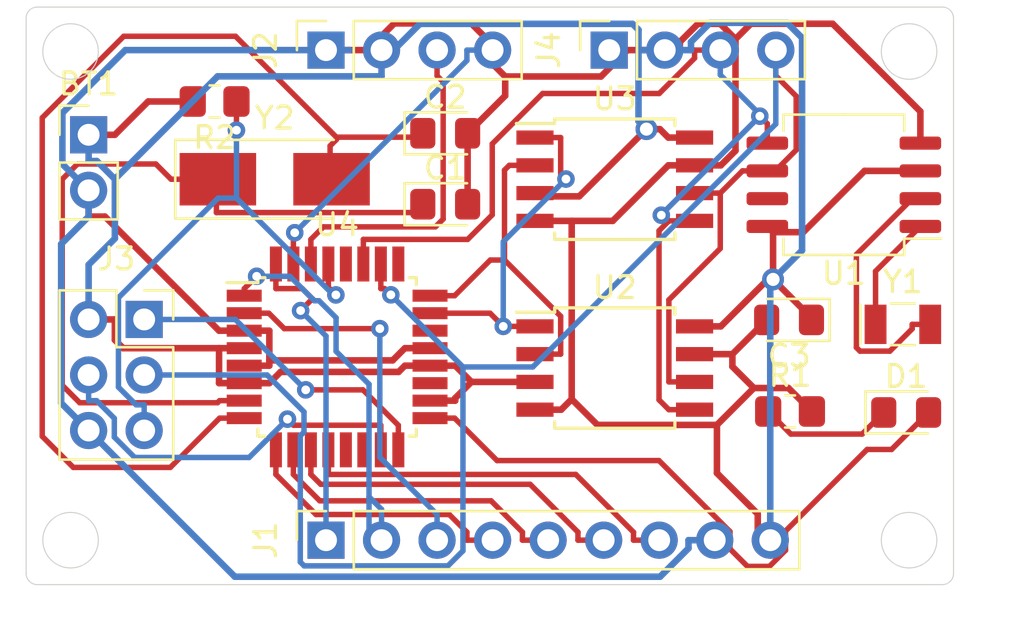
<source format=kicad_pcb>
(kicad_pcb (version 20171130) (host pcbnew "(5.1.9)-1")

  (general
    (thickness 1.6)
    (drawings 12)
    (tracks 367)
    (zones 0)
    (modules 17)
    (nets 32)
  )

  (page A4)
  (title_block
    (title "Battery-Powered Arduino Clone with Clock and Extended EEPROM")
    (date 2022-01-03)
    (rev 1)
    (comment 1 "Designed by Michael Ly")
    (comment 2 github.com/Michael-Q-Ly)
  )

  (layers
    (0 F.Cu signal)
    (1 In1.Cu power)
    (2 In2.Cu power)
    (31 B.Cu signal)
    (32 B.Adhes user)
    (33 F.Adhes user)
    (34 B.Paste user)
    (35 F.Paste user)
    (36 B.SilkS user)
    (37 F.SilkS user)
    (38 B.Mask user)
    (39 F.Mask user)
    (40 Dwgs.User user)
    (41 Cmts.User user)
    (42 Eco1.User user)
    (43 Eco2.User user)
    (44 Edge.Cuts user)
    (45 Margin user)
    (46 B.CrtYd user)
    (47 F.CrtYd user)
    (48 B.Fab user)
    (49 F.Fab user)
  )

  (setup
    (last_trace_width 0.25)
    (user_trace_width 0.3)
    (trace_clearance 0.2)
    (zone_clearance 0.508)
    (zone_45_only no)
    (trace_min 0.2)
    (via_size 0.8)
    (via_drill 0.4)
    (via_min_size 0.4)
    (via_min_drill 0.3)
    (user_via 1 0.6)
    (uvia_size 0.3)
    (uvia_drill 0.1)
    (uvias_allowed no)
    (uvia_min_size 0.2)
    (uvia_min_drill 0.1)
    (edge_width 0.05)
    (segment_width 0.2)
    (pcb_text_width 0.3)
    (pcb_text_size 1.5 1.5)
    (mod_edge_width 0.12)
    (mod_text_size 1 1)
    (mod_text_width 0.15)
    (pad_size 1.524 1.524)
    (pad_drill 0.762)
    (pad_to_mask_clearance 0)
    (aux_axis_origin 0 0)
    (visible_elements 7FFFFFFF)
    (pcbplotparams
      (layerselection 0x010fc_ffffffff)
      (usegerberextensions false)
      (usegerberattributes true)
      (usegerberadvancedattributes true)
      (creategerberjobfile true)
      (excludeedgelayer true)
      (linewidth 0.100000)
      (plotframeref false)
      (viasonmask false)
      (mode 1)
      (useauxorigin false)
      (hpglpennumber 1)
      (hpglpenspeed 20)
      (hpglpendiameter 15.000000)
      (psnegative false)
      (psa4output false)
      (plotreference true)
      (plotvalue true)
      (plotinvisibletext false)
      (padsonsilk false)
      (subtractmaskfromsilk false)
      (outputformat 1)
      (mirror false)
      (drillshape 1)
      (scaleselection 1)
      (outputdirectory ""))
  )

  (net 0 "")
  (net 1 GNDPWR)
  (net 2 "Net-(C1-Pad1)")
  (net 3 "Net-(C2-Pad1)")
  (net 4 "Net-(D1-Pad1)")
  (net 5 "Net-(D1-Pad2)")
  (net 6 /D2)
  (net 7 /D3)
  (net 8 /D4)
  (net 9 /D5)
  (net 10 /D6)
  (net 11 /D7)
  (net 12 /D8)
  (net 13 /TX)
  (net 14 /RX)
  (net 15 /CIPO)
  (net 16 /SCK)
  (net 17 /COPI)
  (net 18 /RESET)
  (net 19 /SDA)
  (net 20 "Net-(U1-Pad1)")
  (net 21 "Net-(U1-Pad2)")
  (net 22 "Net-(U1-Pad7)")
  (net 23 /ADDR2)
  (net 24 /ADDR1)
  (net 25 "Net-(U4-Pad13)")
  (net 26 "Net-(U4-Pad14)")
  (net 27 "Net-(U4-Pad19)")
  (net 28 "Net-(U4-Pad22)")
  (net 29 "Net-(U4-Pad25)")
  (net 30 "Net-(U4-Pad28)")
  (net 31 /Vcc)

  (net_class Default "This is the default net class."
    (clearance 0.2)
    (trace_width 0.25)
    (via_dia 0.8)
    (via_drill 0.4)
    (uvia_dia 0.3)
    (uvia_drill 0.1)
    (add_net /ADDR1)
    (add_net /ADDR2)
    (add_net /CIPO)
    (add_net /COPI)
    (add_net /D2)
    (add_net /D3)
    (add_net /D4)
    (add_net /D5)
    (add_net /D6)
    (add_net /D7)
    (add_net /D8)
    (add_net /RESET)
    (add_net /RX)
    (add_net /SCK)
    (add_net /SDA)
    (add_net /TX)
    (add_net "Net-(C1-Pad1)")
    (add_net "Net-(C2-Pad1)")
    (add_net "Net-(D1-Pad1)")
    (add_net "Net-(D1-Pad2)")
    (add_net "Net-(U1-Pad1)")
    (add_net "Net-(U1-Pad2)")
    (add_net "Net-(U1-Pad7)")
    (add_net "Net-(U4-Pad13)")
    (add_net "Net-(U4-Pad14)")
    (add_net "Net-(U4-Pad19)")
    (add_net "Net-(U4-Pad22)")
    (add_net "Net-(U4-Pad25)")
    (add_net "Net-(U4-Pad28)")
  )

  (net_class PWR ""
    (clearance 0.2)
    (trace_width 0.3)
    (via_dia 1)
    (via_drill 0.6)
    (uvia_dia 0.3)
    (uvia_drill 0.1)
    (add_net /Vcc)
    (add_net GNDPWR)
  )

  (module Connector_PinHeader_2.54mm:PinHeader_1x02_P2.54mm_Vertical (layer F.Cu) (tedit 59FED5CC) (tstamp 61D3E7F2)
    (at 205.55 107.696)
    (descr "Through hole straight pin header, 1x02, 2.54mm pitch, single row")
    (tags "Through hole pin header THT 1x02 2.54mm single row")
    (path /61D22E5D)
    (fp_text reference BT1 (at 0 -2.33) (layer F.SilkS)
      (effects (font (size 1 1) (thickness 0.15)))
    )
    (fp_text value "Battery 3V" (at 0 4.87) (layer F.Fab)
      (effects (font (size 1 1) (thickness 0.15)))
    )
    (fp_line (start 1.8 -1.8) (end -1.8 -1.8) (layer F.CrtYd) (width 0.05))
    (fp_line (start 1.8 4.35) (end 1.8 -1.8) (layer F.CrtYd) (width 0.05))
    (fp_line (start -1.8 4.35) (end 1.8 4.35) (layer F.CrtYd) (width 0.05))
    (fp_line (start -1.8 -1.8) (end -1.8 4.35) (layer F.CrtYd) (width 0.05))
    (fp_line (start -1.33 -1.33) (end 0 -1.33) (layer F.SilkS) (width 0.12))
    (fp_line (start -1.33 0) (end -1.33 -1.33) (layer F.SilkS) (width 0.12))
    (fp_line (start -1.33 1.27) (end 1.33 1.27) (layer F.SilkS) (width 0.12))
    (fp_line (start 1.33 1.27) (end 1.33 3.87) (layer F.SilkS) (width 0.12))
    (fp_line (start -1.33 1.27) (end -1.33 3.87) (layer F.SilkS) (width 0.12))
    (fp_line (start -1.33 3.87) (end 1.33 3.87) (layer F.SilkS) (width 0.12))
    (fp_line (start -1.27 -0.635) (end -0.635 -1.27) (layer F.Fab) (width 0.1))
    (fp_line (start -1.27 3.81) (end -1.27 -0.635) (layer F.Fab) (width 0.1))
    (fp_line (start 1.27 3.81) (end -1.27 3.81) (layer F.Fab) (width 0.1))
    (fp_line (start 1.27 -1.27) (end 1.27 3.81) (layer F.Fab) (width 0.1))
    (fp_line (start -0.635 -1.27) (end 1.27 -1.27) (layer F.Fab) (width 0.1))
    (fp_text user %R (at 0 1.27 90) (layer F.Fab)
      (effects (font (size 1 1) (thickness 0.15)))
    )
    (pad 1 thru_hole rect (at 0 0) (size 1.7 1.7) (drill 1) (layers *.Cu *.Mask)
      (net 31 /Vcc))
    (pad 2 thru_hole oval (at 0 2.54) (size 1.7 1.7) (drill 1) (layers *.Cu *.Mask)
      (net 1 GNDPWR))
    (model ${KISYS3DMOD}/Connector_PinHeader_2.54mm.3dshapes/PinHeader_1x02_P2.54mm_Vertical.wrl
      (at (xyz 0 0 0))
      (scale (xyz 1 1 1))
      (rotate (xyz 0 0 0))
    )
  )

  (module Diode_SMD:D_0805_2012Metric_Pad1.15x1.40mm_HandSolder (layer F.Cu) (tedit 5F68FEF0) (tstamp 61D399B3)
    (at 221.86 110.871)
    (descr "Diode SMD 0805 (2012 Metric), square (rectangular) end terminal, IPC_7351 nominal, (Body size source: https://docs.google.com/spreadsheets/d/1BsfQQcO9C6DZCsRaXUlFlo91Tg2WpOkGARC1WS5S8t0/edit?usp=sharing), generated with kicad-footprint-generator")
    (tags "diode handsolder")
    (path /61D244B0)
    (attr smd)
    (fp_text reference C1 (at 0 -1.65) (layer F.SilkS)
      (effects (font (size 1 1) (thickness 0.15)))
    )
    (fp_text value 22pF (at 0 1.65) (layer F.Fab)
      (effects (font (size 1 1) (thickness 0.15)))
    )
    (fp_line (start 1.85 0.95) (end -1.85 0.95) (layer F.CrtYd) (width 0.05))
    (fp_line (start 1.85 -0.95) (end 1.85 0.95) (layer F.CrtYd) (width 0.05))
    (fp_line (start -1.85 -0.95) (end 1.85 -0.95) (layer F.CrtYd) (width 0.05))
    (fp_line (start -1.85 0.95) (end -1.85 -0.95) (layer F.CrtYd) (width 0.05))
    (fp_line (start -1.86 0.96) (end 1 0.96) (layer F.SilkS) (width 0.12))
    (fp_line (start -1.86 -0.96) (end -1.86 0.96) (layer F.SilkS) (width 0.12))
    (fp_line (start 1 -0.96) (end -1.86 -0.96) (layer F.SilkS) (width 0.12))
    (fp_line (start 1 0.6) (end 1 -0.6) (layer F.Fab) (width 0.1))
    (fp_line (start -1 0.6) (end 1 0.6) (layer F.Fab) (width 0.1))
    (fp_line (start -1 -0.3) (end -1 0.6) (layer F.Fab) (width 0.1))
    (fp_line (start -0.7 -0.6) (end -1 -0.3) (layer F.Fab) (width 0.1))
    (fp_line (start 1 -0.6) (end -0.7 -0.6) (layer F.Fab) (width 0.1))
    (fp_text user %R (at 0 0) (layer F.Fab)
      (effects (font (size 0.5 0.5) (thickness 0.08)))
    )
    (pad 1 smd roundrect (at -1.025 0) (size 1.15 1.4) (layers F.Cu F.Paste F.Mask) (roundrect_rratio 0.217391)
      (net 2 "Net-(C1-Pad1)"))
    (pad 2 smd roundrect (at 1.025 0) (size 1.15 1.4) (layers F.Cu F.Paste F.Mask) (roundrect_rratio 0.217391)
      (net 1 GNDPWR))
    (model ${KISYS3DMOD}/Diode_SMD.3dshapes/D_0805_2012Metric.wrl
      (at (xyz 0 0 0))
      (scale (xyz 1 1 1))
      (rotate (xyz 0 0 0))
    )
  )

  (module Diode_SMD:D_0805_2012Metric_Pad1.15x1.40mm_HandSolder (layer F.Cu) (tedit 5F68FEF0) (tstamp 61D399C6)
    (at 221.86 107.627)
    (descr "Diode SMD 0805 (2012 Metric), square (rectangular) end terminal, IPC_7351 nominal, (Body size source: https://docs.google.com/spreadsheets/d/1BsfQQcO9C6DZCsRaXUlFlo91Tg2WpOkGARC1WS5S8t0/edit?usp=sharing), generated with kicad-footprint-generator")
    (tags "diode handsolder")
    (path /61D24B04)
    (attr smd)
    (fp_text reference C2 (at 0 -1.65) (layer F.SilkS)
      (effects (font (size 1 1) (thickness 0.15)))
    )
    (fp_text value 22pF (at 0 1.65) (layer F.Fab)
      (effects (font (size 1 1) (thickness 0.15)))
    )
    (fp_line (start 1 -0.6) (end -0.7 -0.6) (layer F.Fab) (width 0.1))
    (fp_line (start -0.7 -0.6) (end -1 -0.3) (layer F.Fab) (width 0.1))
    (fp_line (start -1 -0.3) (end -1 0.6) (layer F.Fab) (width 0.1))
    (fp_line (start -1 0.6) (end 1 0.6) (layer F.Fab) (width 0.1))
    (fp_line (start 1 0.6) (end 1 -0.6) (layer F.Fab) (width 0.1))
    (fp_line (start 1 -0.96) (end -1.86 -0.96) (layer F.SilkS) (width 0.12))
    (fp_line (start -1.86 -0.96) (end -1.86 0.96) (layer F.SilkS) (width 0.12))
    (fp_line (start -1.86 0.96) (end 1 0.96) (layer F.SilkS) (width 0.12))
    (fp_line (start -1.85 0.95) (end -1.85 -0.95) (layer F.CrtYd) (width 0.05))
    (fp_line (start -1.85 -0.95) (end 1.85 -0.95) (layer F.CrtYd) (width 0.05))
    (fp_line (start 1.85 -0.95) (end 1.85 0.95) (layer F.CrtYd) (width 0.05))
    (fp_line (start 1.85 0.95) (end -1.85 0.95) (layer F.CrtYd) (width 0.05))
    (fp_text user %R (at 0 0) (layer F.Fab)
      (effects (font (size 0.5 0.5) (thickness 0.08)))
    )
    (pad 2 smd roundrect (at 1.025 0) (size 1.15 1.4) (layers F.Cu F.Paste F.Mask) (roundrect_rratio 0.217391)
      (net 1 GNDPWR))
    (pad 1 smd roundrect (at -1.025 0) (size 1.15 1.4) (layers F.Cu F.Paste F.Mask) (roundrect_rratio 0.217391)
      (net 3 "Net-(C2-Pad1)"))
    (model ${KISYS3DMOD}/Diode_SMD.3dshapes/D_0805_2012Metric.wrl
      (at (xyz 0 0 0))
      (scale (xyz 1 1 1))
      (rotate (xyz 0 0 0))
    )
  )

  (module Diode_SMD:D_0805_2012Metric_Pad1.15x1.40mm_HandSolder (layer F.Cu) (tedit 5F68FEF0) (tstamp 61D4AD70)
    (at 237.588 116.162 180)
    (descr "Diode SMD 0805 (2012 Metric), square (rectangular) end terminal, IPC_7351 nominal, (Body size source: https://docs.google.com/spreadsheets/d/1BsfQQcO9C6DZCsRaXUlFlo91Tg2WpOkGARC1WS5S8t0/edit?usp=sharing), generated with kicad-footprint-generator")
    (tags "diode handsolder")
    (path /61D25462)
    (attr smd)
    (fp_text reference C3 (at 0 -1.65) (layer F.SilkS)
      (effects (font (size 1 1) (thickness 0.15)))
    )
    (fp_text value 10uF (at 0 1.65) (layer F.Fab)
      (effects (font (size 1 1) (thickness 0.15)))
    )
    (fp_line (start 1.85 0.95) (end -1.85 0.95) (layer F.CrtYd) (width 0.05))
    (fp_line (start 1.85 -0.95) (end 1.85 0.95) (layer F.CrtYd) (width 0.05))
    (fp_line (start -1.85 -0.95) (end 1.85 -0.95) (layer F.CrtYd) (width 0.05))
    (fp_line (start -1.85 0.95) (end -1.85 -0.95) (layer F.CrtYd) (width 0.05))
    (fp_line (start -1.86 0.96) (end 1 0.96) (layer F.SilkS) (width 0.12))
    (fp_line (start -1.86 -0.96) (end -1.86 0.96) (layer F.SilkS) (width 0.12))
    (fp_line (start 1 -0.96) (end -1.86 -0.96) (layer F.SilkS) (width 0.12))
    (fp_line (start 1 0.6) (end 1 -0.6) (layer F.Fab) (width 0.1))
    (fp_line (start -1 0.6) (end 1 0.6) (layer F.Fab) (width 0.1))
    (fp_line (start -1 -0.3) (end -1 0.6) (layer F.Fab) (width 0.1))
    (fp_line (start -0.7 -0.6) (end -1 -0.3) (layer F.Fab) (width 0.1))
    (fp_line (start 1 -0.6) (end -0.7 -0.6) (layer F.Fab) (width 0.1))
    (fp_text user %R (at 0 0) (layer F.Fab)
      (effects (font (size 0.5 0.5) (thickness 0.08)))
    )
    (pad 1 smd roundrect (at -1.025 0 180) (size 1.15 1.4) (layers F.Cu F.Paste F.Mask) (roundrect_rratio 0.217391)
      (net 31 /Vcc))
    (pad 2 smd roundrect (at 1.025 0 180) (size 1.15 1.4) (layers F.Cu F.Paste F.Mask) (roundrect_rratio 0.217391)
      (net 1 GNDPWR))
    (model ${KISYS3DMOD}/Diode_SMD.3dshapes/D_0805_2012Metric.wrl
      (at (xyz 0 0 0))
      (scale (xyz 1 1 1))
      (rotate (xyz 0 0 0))
    )
  )

  (module LED_SMD:LED_0805_2012Metric_Pad1.15x1.40mm_HandSolder (layer F.Cu) (tedit 5F68FEF1) (tstamp 61D46B4D)
    (at 242.944 120.396)
    (descr "LED SMD 0805 (2012 Metric), square (rectangular) end terminal, IPC_7351 nominal, (Body size source: https://docs.google.com/spreadsheets/d/1BsfQQcO9C6DZCsRaXUlFlo91Tg2WpOkGARC1WS5S8t0/edit?usp=sharing), generated with kicad-footprint-generator")
    (tags "LED handsolder")
    (path /61D23F53)
    (attr smd)
    (fp_text reference D1 (at 0 -1.65) (layer F.SilkS)
      (effects (font (size 1 1) (thickness 0.15)))
    )
    (fp_text value LED (at 0 1.65) (layer F.Fab)
      (effects (font (size 1 1) (thickness 0.15)))
    )
    (fp_line (start 1.85 0.95) (end -1.85 0.95) (layer F.CrtYd) (width 0.05))
    (fp_line (start 1.85 -0.95) (end 1.85 0.95) (layer F.CrtYd) (width 0.05))
    (fp_line (start -1.85 -0.95) (end 1.85 -0.95) (layer F.CrtYd) (width 0.05))
    (fp_line (start -1.85 0.95) (end -1.85 -0.95) (layer F.CrtYd) (width 0.05))
    (fp_line (start -1.86 0.96) (end 1 0.96) (layer F.SilkS) (width 0.12))
    (fp_line (start -1.86 -0.96) (end -1.86 0.96) (layer F.SilkS) (width 0.12))
    (fp_line (start 1 -0.96) (end -1.86 -0.96) (layer F.SilkS) (width 0.12))
    (fp_line (start 1 0.6) (end 1 -0.6) (layer F.Fab) (width 0.1))
    (fp_line (start -1 0.6) (end 1 0.6) (layer F.Fab) (width 0.1))
    (fp_line (start -1 -0.3) (end -1 0.6) (layer F.Fab) (width 0.1))
    (fp_line (start -0.7 -0.6) (end -1 -0.3) (layer F.Fab) (width 0.1))
    (fp_line (start 1 -0.6) (end -0.7 -0.6) (layer F.Fab) (width 0.1))
    (fp_text user %R (at 0 0) (layer F.Fab)
      (effects (font (size 0.5 0.5) (thickness 0.08)))
    )
    (pad 1 smd roundrect (at -1.025 0) (size 1.15 1.4) (layers F.Cu F.Paste F.Mask) (roundrect_rratio 0.217391)
      (net 4 "Net-(D1-Pad1)"))
    (pad 2 smd roundrect (at 1.025 0) (size 1.15 1.4) (layers F.Cu F.Paste F.Mask) (roundrect_rratio 0.217391)
      (net 5 "Net-(D1-Pad2)"))
    (model ${KISYS3DMOD}/LED_SMD.3dshapes/LED_0805_2012Metric.wrl
      (at (xyz 0 0 0))
      (scale (xyz 1 1 1))
      (rotate (xyz 0 0 0))
    )
  )

  (module Connector_PinSocket_2.54mm:PinSocket_1x09_P2.54mm_Vertical (layer F.Cu) (tedit 5A19A431) (tstamp 61D3A22C)
    (at 216.408 126.238 90)
    (descr "Through hole straight socket strip, 1x09, 2.54mm pitch, single row (from Kicad 4.0.7), script generated")
    (tags "Through hole socket strip THT 1x09 2.54mm single row")
    (path /61D27AD2/61D286F6)
    (fp_text reference J1 (at 0 -2.77 90) (layer F.SilkS)
      (effects (font (size 1 1) (thickness 0.15)))
    )
    (fp_text value "Digital Pins" (at 0 23.09 90) (layer F.Fab)
      (effects (font (size 1 1) (thickness 0.15)))
    )
    (fp_line (start -1.8 22.1) (end -1.8 -1.8) (layer F.CrtYd) (width 0.05))
    (fp_line (start 1.75 22.1) (end -1.8 22.1) (layer F.CrtYd) (width 0.05))
    (fp_line (start 1.75 -1.8) (end 1.75 22.1) (layer F.CrtYd) (width 0.05))
    (fp_line (start -1.8 -1.8) (end 1.75 -1.8) (layer F.CrtYd) (width 0.05))
    (fp_line (start 0 -1.33) (end 1.33 -1.33) (layer F.SilkS) (width 0.12))
    (fp_line (start 1.33 -1.33) (end 1.33 0) (layer F.SilkS) (width 0.12))
    (fp_line (start 1.33 1.27) (end 1.33 21.65) (layer F.SilkS) (width 0.12))
    (fp_line (start -1.33 21.65) (end 1.33 21.65) (layer F.SilkS) (width 0.12))
    (fp_line (start -1.33 1.27) (end -1.33 21.65) (layer F.SilkS) (width 0.12))
    (fp_line (start -1.33 1.27) (end 1.33 1.27) (layer F.SilkS) (width 0.12))
    (fp_line (start -1.27 21.59) (end -1.27 -1.27) (layer F.Fab) (width 0.1))
    (fp_line (start 1.27 21.59) (end -1.27 21.59) (layer F.Fab) (width 0.1))
    (fp_line (start 1.27 -0.635) (end 1.27 21.59) (layer F.Fab) (width 0.1))
    (fp_line (start 0.635 -1.27) (end 1.27 -0.635) (layer F.Fab) (width 0.1))
    (fp_line (start -1.27 -1.27) (end 0.635 -1.27) (layer F.Fab) (width 0.1))
    (fp_text user %R (at 0 10.16) (layer F.Fab)
      (effects (font (size 1 1) (thickness 0.15)))
    )
    (pad 1 thru_hole rect (at 0 0 90) (size 1.7 1.7) (drill 1) (layers *.Cu *.Mask)
      (net 6 /D2))
    (pad 2 thru_hole oval (at 0 2.54 90) (size 1.7 1.7) (drill 1) (layers *.Cu *.Mask)
      (net 7 /D3))
    (pad 3 thru_hole oval (at 0 5.08 90) (size 1.7 1.7) (drill 1) (layers *.Cu *.Mask)
      (net 8 /D4))
    (pad 4 thru_hole oval (at 0 7.62 90) (size 1.7 1.7) (drill 1) (layers *.Cu *.Mask)
      (net 9 /D5))
    (pad 5 thru_hole oval (at 0 10.16 90) (size 1.7 1.7) (drill 1) (layers *.Cu *.Mask)
      (net 10 /D6))
    (pad 6 thru_hole oval (at 0 12.7 90) (size 1.7 1.7) (drill 1) (layers *.Cu *.Mask)
      (net 11 /D7))
    (pad 7 thru_hole oval (at 0 15.24 90) (size 1.7 1.7) (drill 1) (layers *.Cu *.Mask)
      (net 12 /D8))
    (pad 8 thru_hole oval (at 0 17.78 90) (size 1.7 1.7) (drill 1) (layers *.Cu *.Mask)
      (net 1 GNDPWR))
    (pad 9 thru_hole oval (at 0 20.32 90) (size 1.7 1.7) (drill 1) (layers *.Cu *.Mask)
      (net 31 /Vcc))
    (model ${KISYS3DMOD}/Connector_PinSocket_2.54mm.3dshapes/PinSocket_1x09_P2.54mm_Vertical.wrl
      (at (xyz 0 0 0))
      (scale (xyz 1 1 1))
      (rotate (xyz 0 0 0))
    )
  )

  (module Connector_PinSocket_2.54mm:PinSocket_1x04_P2.54mm_Vertical (layer F.Cu) (tedit 5A19A429) (tstamp 61D3E724)
    (at 216.408 103.822 90)
    (descr "Through hole straight socket strip, 1x04, 2.54mm pitch, single row (from Kicad 4.0.7), script generated")
    (tags "Through hole socket strip THT 1x04 2.54mm single row")
    (path /61D27AD2/61D2A1E4)
    (fp_text reference J2 (at 0 -2.77 90) (layer F.SilkS)
      (effects (font (size 1 1) (thickness 0.15)))
    )
    (fp_text value Serial (at 0 10.39 90) (layer F.Fab)
      (effects (font (size 1 1) (thickness 0.15)))
    )
    (fp_line (start -1.27 -1.27) (end 0.635 -1.27) (layer F.Fab) (width 0.1))
    (fp_line (start 0.635 -1.27) (end 1.27 -0.635) (layer F.Fab) (width 0.1))
    (fp_line (start 1.27 -0.635) (end 1.27 8.89) (layer F.Fab) (width 0.1))
    (fp_line (start 1.27 8.89) (end -1.27 8.89) (layer F.Fab) (width 0.1))
    (fp_line (start -1.27 8.89) (end -1.27 -1.27) (layer F.Fab) (width 0.1))
    (fp_line (start -1.33 1.27) (end 1.33 1.27) (layer F.SilkS) (width 0.12))
    (fp_line (start -1.33 1.27) (end -1.33 8.95) (layer F.SilkS) (width 0.12))
    (fp_line (start -1.33 8.95) (end 1.33 8.95) (layer F.SilkS) (width 0.12))
    (fp_line (start 1.33 1.27) (end 1.33 8.95) (layer F.SilkS) (width 0.12))
    (fp_line (start 1.33 -1.33) (end 1.33 0) (layer F.SilkS) (width 0.12))
    (fp_line (start 0 -1.33) (end 1.33 -1.33) (layer F.SilkS) (width 0.12))
    (fp_line (start -1.8 -1.8) (end 1.75 -1.8) (layer F.CrtYd) (width 0.05))
    (fp_line (start 1.75 -1.8) (end 1.75 9.4) (layer F.CrtYd) (width 0.05))
    (fp_line (start 1.75 9.4) (end -1.8 9.4) (layer F.CrtYd) (width 0.05))
    (fp_line (start -1.8 9.4) (end -1.8 -1.8) (layer F.CrtYd) (width 0.05))
    (fp_text user %R (at 0 3.81) (layer F.Fab)
      (effects (font (size 1 1) (thickness 0.15)))
    )
    (pad 4 thru_hole oval (at 0 7.62 90) (size 1.7 1.7) (drill 1) (layers *.Cu *.Mask)
      (net 13 /TX))
    (pad 3 thru_hole oval (at 0 5.08 90) (size 1.7 1.7) (drill 1) (layers *.Cu *.Mask)
      (net 14 /RX))
    (pad 2 thru_hole oval (at 0 2.54 90) (size 1.7 1.7) (drill 1) (layers *.Cu *.Mask)
      (net 31 /Vcc))
    (pad 1 thru_hole rect (at 0 0 90) (size 1.7 1.7) (drill 1) (layers *.Cu *.Mask)
      (net 1 GNDPWR))
    (model ${KISYS3DMOD}/Connector_PinSocket_2.54mm.3dshapes/PinSocket_1x04_P2.54mm_Vertical.wrl
      (at (xyz 0 0 0))
      (scale (xyz 1 1 1))
      (rotate (xyz 0 0 0))
    )
  )

  (module Connector_PinSocket_2.54mm:PinSocket_2x03_P2.54mm_Vertical (layer F.Cu) (tedit 5A19A425) (tstamp 61D3E837)
    (at 208.09 116.142)
    (descr "Through hole straight socket strip, 2x03, 2.54mm pitch, double cols (from Kicad 4.0.7), script generated")
    (tags "Through hole socket strip THT 2x03 2.54mm double row")
    (path /61D27AD2/61D2AF15)
    (fp_text reference J3 (at -1.27 -2.77) (layer F.SilkS)
      (effects (font (size 1 1) (thickness 0.15)))
    )
    (fp_text value ICSP (at -1.27 7.85) (layer F.Fab)
      (effects (font (size 1 1) (thickness 0.15)))
    )
    (fp_line (start -4.34 6.85) (end -4.34 -1.8) (layer F.CrtYd) (width 0.05))
    (fp_line (start 1.76 6.85) (end -4.34 6.85) (layer F.CrtYd) (width 0.05))
    (fp_line (start 1.76 -1.8) (end 1.76 6.85) (layer F.CrtYd) (width 0.05))
    (fp_line (start -4.34 -1.8) (end 1.76 -1.8) (layer F.CrtYd) (width 0.05))
    (fp_line (start 0 -1.33) (end 1.33 -1.33) (layer F.SilkS) (width 0.12))
    (fp_line (start 1.33 -1.33) (end 1.33 0) (layer F.SilkS) (width 0.12))
    (fp_line (start -1.27 -1.33) (end -1.27 1.27) (layer F.SilkS) (width 0.12))
    (fp_line (start -1.27 1.27) (end 1.33 1.27) (layer F.SilkS) (width 0.12))
    (fp_line (start 1.33 1.27) (end 1.33 6.41) (layer F.SilkS) (width 0.12))
    (fp_line (start -3.87 6.41) (end 1.33 6.41) (layer F.SilkS) (width 0.12))
    (fp_line (start -3.87 -1.33) (end -3.87 6.41) (layer F.SilkS) (width 0.12))
    (fp_line (start -3.87 -1.33) (end -1.27 -1.33) (layer F.SilkS) (width 0.12))
    (fp_line (start -3.81 6.35) (end -3.81 -1.27) (layer F.Fab) (width 0.1))
    (fp_line (start 1.27 6.35) (end -3.81 6.35) (layer F.Fab) (width 0.1))
    (fp_line (start 1.27 -0.27) (end 1.27 6.35) (layer F.Fab) (width 0.1))
    (fp_line (start 0.27 -1.27) (end 1.27 -0.27) (layer F.Fab) (width 0.1))
    (fp_line (start -3.81 -1.27) (end 0.27 -1.27) (layer F.Fab) (width 0.1))
    (fp_text user %R (at -1.27 2.54 90) (layer F.Fab)
      (effects (font (size 1 1) (thickness 0.15)))
    )
    (pad 1 thru_hole rect (at 0 0) (size 1.7 1.7) (drill 1) (layers *.Cu *.Mask)
      (net 15 /CIPO))
    (pad 2 thru_hole oval (at -2.54 0) (size 1.7 1.7) (drill 1) (layers *.Cu *.Mask)
      (net 31 /Vcc))
    (pad 3 thru_hole oval (at 0 2.54) (size 1.7 1.7) (drill 1) (layers *.Cu *.Mask)
      (net 16 /SCK))
    (pad 4 thru_hole oval (at -2.54 2.54) (size 1.7 1.7) (drill 1) (layers *.Cu *.Mask)
      (net 17 /COPI))
    (pad 5 thru_hole oval (at 0 5.08) (size 1.7 1.7) (drill 1) (layers *.Cu *.Mask)
      (net 18 /RESET))
    (pad 6 thru_hole oval (at -2.54 5.08) (size 1.7 1.7) (drill 1) (layers *.Cu *.Mask)
      (net 1 GNDPWR))
    (model ${KISYS3DMOD}/Connector_PinSocket_2.54mm.3dshapes/PinSocket_2x03_P2.54mm_Vertical.wrl
      (at (xyz 0 0 0))
      (scale (xyz 1 1 1))
      (rotate (xyz 0 0 0))
    )
  )

  (module Connector_PinSocket_2.54mm:PinSocket_1x04_P2.54mm_Vertical (layer F.Cu) (tedit 5A19A429) (tstamp 61D3E6DF)
    (at 229.362 103.822 90)
    (descr "Through hole straight socket strip, 1x04, 2.54mm pitch, single row (from Kicad 4.0.7), script generated")
    (tags "Through hole socket strip THT 1x04 2.54mm single row")
    (path /61D27AD2/61D2B784)
    (fp_text reference J4 (at 0 -2.77 90) (layer F.SilkS)
      (effects (font (size 1 1) (thickness 0.15)))
    )
    (fp_text value I2C (at 0 10.39 90) (layer F.Fab)
      (effects (font (size 1 1) (thickness 0.15)))
    )
    (fp_line (start -1.8 9.4) (end -1.8 -1.8) (layer F.CrtYd) (width 0.05))
    (fp_line (start 1.75 9.4) (end -1.8 9.4) (layer F.CrtYd) (width 0.05))
    (fp_line (start 1.75 -1.8) (end 1.75 9.4) (layer F.CrtYd) (width 0.05))
    (fp_line (start -1.8 -1.8) (end 1.75 -1.8) (layer F.CrtYd) (width 0.05))
    (fp_line (start 0 -1.33) (end 1.33 -1.33) (layer F.SilkS) (width 0.12))
    (fp_line (start 1.33 -1.33) (end 1.33 0) (layer F.SilkS) (width 0.12))
    (fp_line (start 1.33 1.27) (end 1.33 8.95) (layer F.SilkS) (width 0.12))
    (fp_line (start -1.33 8.95) (end 1.33 8.95) (layer F.SilkS) (width 0.12))
    (fp_line (start -1.33 1.27) (end -1.33 8.95) (layer F.SilkS) (width 0.12))
    (fp_line (start -1.33 1.27) (end 1.33 1.27) (layer F.SilkS) (width 0.12))
    (fp_line (start -1.27 8.89) (end -1.27 -1.27) (layer F.Fab) (width 0.1))
    (fp_line (start 1.27 8.89) (end -1.27 8.89) (layer F.Fab) (width 0.1))
    (fp_line (start 1.27 -0.635) (end 1.27 8.89) (layer F.Fab) (width 0.1))
    (fp_line (start 0.635 -1.27) (end 1.27 -0.635) (layer F.Fab) (width 0.1))
    (fp_line (start -1.27 -1.27) (end 0.635 -1.27) (layer F.Fab) (width 0.1))
    (fp_text user %R (at 0 3.81) (layer F.Fab)
      (effects (font (size 1 1) (thickness 0.15)))
    )
    (pad 1 thru_hole rect (at 0 0 90) (size 1.7 1.7) (drill 1) (layers *.Cu *.Mask)
      (net 1 GNDPWR))
    (pad 2 thru_hole oval (at 0 2.54 90) (size 1.7 1.7) (drill 1) (layers *.Cu *.Mask)
      (net 31 /Vcc))
    (pad 3 thru_hole oval (at 0 5.08 90) (size 1.7 1.7) (drill 1) (layers *.Cu *.Mask)
      (net 19 /SDA))
    (pad 4 thru_hole oval (at 0 7.62 90) (size 1.7 1.7) (drill 1) (layers *.Cu *.Mask)
      (net 16 /SCK))
    (model ${KISYS3DMOD}/Connector_PinSocket_2.54mm.3dshapes/PinSocket_1x04_P2.54mm_Vertical.wrl
      (at (xyz 0 0 0))
      (scale (xyz 1 1 1))
      (rotate (xyz 0 0 0))
    )
  )

  (module Resistor_SMD:R_0805_2012Metric_Pad1.20x1.40mm_HandSolder (layer F.Cu) (tedit 5F68FEEE) (tstamp 61D46C11)
    (at 237.633 120.351)
    (descr "Resistor SMD 0805 (2012 Metric), square (rectangular) end terminal, IPC_7351 nominal with elongated pad for handsoldering. (Body size source: IPC-SM-782 page 72, https://www.pcb-3d.com/wordpress/wp-content/uploads/ipc-sm-782a_amendment_1_and_2.pdf), generated with kicad-footprint-generator")
    (tags "resistor handsolder")
    (path /61D25BF7)
    (attr smd)
    (fp_text reference R1 (at 0 -1.65) (layer F.SilkS)
      (effects (font (size 1 1) (thickness 0.15)))
    )
    (fp_text value 330Ohm (at 0 1.65) (layer F.Fab)
      (effects (font (size 1 1) (thickness 0.15)))
    )
    (fp_line (start 1.85 0.95) (end -1.85 0.95) (layer F.CrtYd) (width 0.05))
    (fp_line (start 1.85 -0.95) (end 1.85 0.95) (layer F.CrtYd) (width 0.05))
    (fp_line (start -1.85 -0.95) (end 1.85 -0.95) (layer F.CrtYd) (width 0.05))
    (fp_line (start -1.85 0.95) (end -1.85 -0.95) (layer F.CrtYd) (width 0.05))
    (fp_line (start -0.227064 0.735) (end 0.227064 0.735) (layer F.SilkS) (width 0.12))
    (fp_line (start -0.227064 -0.735) (end 0.227064 -0.735) (layer F.SilkS) (width 0.12))
    (fp_line (start 1 0.625) (end -1 0.625) (layer F.Fab) (width 0.1))
    (fp_line (start 1 -0.625) (end 1 0.625) (layer F.Fab) (width 0.1))
    (fp_line (start -1 -0.625) (end 1 -0.625) (layer F.Fab) (width 0.1))
    (fp_line (start -1 0.625) (end -1 -0.625) (layer F.Fab) (width 0.1))
    (fp_text user %R (at 0 0) (layer F.Fab)
      (effects (font (size 0.5 0.5) (thickness 0.08)))
    )
    (pad 1 smd roundrect (at -1 0) (size 1.2 1.4) (layers F.Cu F.Paste F.Mask) (roundrect_rratio 0.208333)
      (net 4 "Net-(D1-Pad1)"))
    (pad 2 smd roundrect (at 1 0) (size 1.2 1.4) (layers F.Cu F.Paste F.Mask) (roundrect_rratio 0.208333)
      (net 1 GNDPWR))
    (model ${KISYS3DMOD}/Resistor_SMD.3dshapes/R_0805_2012Metric.wrl
      (at (xyz 0 0 0))
      (scale (xyz 1 1 1))
      (rotate (xyz 0 0 0))
    )
  )

  (module Resistor_SMD:R_0805_2012Metric_Pad1.20x1.40mm_HandSolder (layer F.Cu) (tedit 5F68FEEE) (tstamp 61D39A77)
    (at 211.312 106.172 180)
    (descr "Resistor SMD 0805 (2012 Metric), square (rectangular) end terminal, IPC_7351 nominal with elongated pad for handsoldering. (Body size source: IPC-SM-782 page 72, https://www.pcb-3d.com/wordpress/wp-content/uploads/ipc-sm-782a_amendment_1_and_2.pdf), generated with kicad-footprint-generator")
    (tags "resistor handsolder")
    (path /61D26130)
    (attr smd)
    (fp_text reference R2 (at 0 -1.65) (layer F.SilkS)
      (effects (font (size 1 1) (thickness 0.15)))
    )
    (fp_text value 10kOhm (at 0 1.65) (layer F.Fab)
      (effects (font (size 1 1) (thickness 0.15)))
    )
    (fp_line (start -1 0.625) (end -1 -0.625) (layer F.Fab) (width 0.1))
    (fp_line (start -1 -0.625) (end 1 -0.625) (layer F.Fab) (width 0.1))
    (fp_line (start 1 -0.625) (end 1 0.625) (layer F.Fab) (width 0.1))
    (fp_line (start 1 0.625) (end -1 0.625) (layer F.Fab) (width 0.1))
    (fp_line (start -0.227064 -0.735) (end 0.227064 -0.735) (layer F.SilkS) (width 0.12))
    (fp_line (start -0.227064 0.735) (end 0.227064 0.735) (layer F.SilkS) (width 0.12))
    (fp_line (start -1.85 0.95) (end -1.85 -0.95) (layer F.CrtYd) (width 0.05))
    (fp_line (start -1.85 -0.95) (end 1.85 -0.95) (layer F.CrtYd) (width 0.05))
    (fp_line (start 1.85 -0.95) (end 1.85 0.95) (layer F.CrtYd) (width 0.05))
    (fp_line (start 1.85 0.95) (end -1.85 0.95) (layer F.CrtYd) (width 0.05))
    (fp_text user %R (at 0 0) (layer F.Fab)
      (effects (font (size 0.5 0.5) (thickness 0.08)))
    )
    (pad 2 smd roundrect (at 1 0 180) (size 1.2 1.4) (layers F.Cu F.Paste F.Mask) (roundrect_rratio 0.208333)
      (net 31 /Vcc))
    (pad 1 smd roundrect (at -1 0 180) (size 1.2 1.4) (layers F.Cu F.Paste F.Mask) (roundrect_rratio 0.208333)
      (net 18 /RESET))
    (model ${KISYS3DMOD}/Resistor_SMD.3dshapes/R_0805_2012Metric.wrl
      (at (xyz 0 0 0))
      (scale (xyz 1 1 1))
      (rotate (xyz 0 0 0))
    )
  )

  (module Package_SO:SO-8_5.3x6.2mm_P1.27mm (layer F.Cu) (tedit 5EA5315B) (tstamp 61D46BC5)
    (at 240.094 109.982 180)
    (descr "SO, 8 Pin (https://www.ti.com/lit/ml/msop001a/msop001a.pdf), generated with kicad-footprint-generator ipc_gullwing_generator.py")
    (tags "SO SO")
    (path /61D31649)
    (attr smd)
    (fp_text reference U1 (at 0 -4.05) (layer F.SilkS)
      (effects (font (size 1 1) (thickness 0.15)))
    )
    (fp_text value DS1337_MLv1 (at 0 4.05) (layer F.Fab)
      (effects (font (size 1 1) (thickness 0.15)))
    )
    (fp_line (start 4.7 -3.35) (end -4.7 -3.35) (layer F.CrtYd) (width 0.05))
    (fp_line (start 4.7 3.35) (end 4.7 -3.35) (layer F.CrtYd) (width 0.05))
    (fp_line (start -4.7 3.35) (end 4.7 3.35) (layer F.CrtYd) (width 0.05))
    (fp_line (start -4.7 -3.35) (end -4.7 3.35) (layer F.CrtYd) (width 0.05))
    (fp_line (start -2.65 -2.1) (end -1.65 -3.1) (layer F.Fab) (width 0.1))
    (fp_line (start -2.65 3.1) (end -2.65 -2.1) (layer F.Fab) (width 0.1))
    (fp_line (start 2.65 3.1) (end -2.65 3.1) (layer F.Fab) (width 0.1))
    (fp_line (start 2.65 -3.1) (end 2.65 3.1) (layer F.Fab) (width 0.1))
    (fp_line (start -1.65 -3.1) (end 2.65 -3.1) (layer F.Fab) (width 0.1))
    (fp_line (start -2.76 -2.465) (end -4.45 -2.465) (layer F.SilkS) (width 0.12))
    (fp_line (start -2.76 -3.21) (end -2.76 -2.465) (layer F.SilkS) (width 0.12))
    (fp_line (start 0 -3.21) (end -2.76 -3.21) (layer F.SilkS) (width 0.12))
    (fp_line (start 2.76 -3.21) (end 2.76 -2.465) (layer F.SilkS) (width 0.12))
    (fp_line (start 0 -3.21) (end 2.76 -3.21) (layer F.SilkS) (width 0.12))
    (fp_line (start -2.76 3.21) (end -2.76 2.465) (layer F.SilkS) (width 0.12))
    (fp_line (start 0 3.21) (end -2.76 3.21) (layer F.SilkS) (width 0.12))
    (fp_line (start 2.76 3.21) (end 2.76 2.465) (layer F.SilkS) (width 0.12))
    (fp_line (start 0 3.21) (end 2.76 3.21) (layer F.SilkS) (width 0.12))
    (fp_text user %R (at 0 0) (layer F.Fab)
      (effects (font (size 1 1) (thickness 0.15)))
    )
    (pad 1 smd roundrect (at -3.5 -1.905 180) (size 1.9 0.6) (layers F.Cu F.Paste F.Mask) (roundrect_rratio 0.25)
      (net 20 "Net-(U1-Pad1)"))
    (pad 2 smd roundrect (at -3.5 -0.635 180) (size 1.9 0.6) (layers F.Cu F.Paste F.Mask) (roundrect_rratio 0.25)
      (net 21 "Net-(U1-Pad2)"))
    (pad 3 smd roundrect (at -3.5 0.635 180) (size 1.9 0.6) (layers F.Cu F.Paste F.Mask) (roundrect_rratio 0.25)
      (net 31 /Vcc))
    (pad 4 smd roundrect (at -3.5 1.905 180) (size 1.9 0.6) (layers F.Cu F.Paste F.Mask) (roundrect_rratio 0.25)
      (net 1 GNDPWR))
    (pad 5 smd roundrect (at 3.5 1.905 180) (size 1.9 0.6) (layers F.Cu F.Paste F.Mask) (roundrect_rratio 0.25)
      (net 19 /SDA))
    (pad 6 smd roundrect (at 3.5 0.635 180) (size 1.9 0.6) (layers F.Cu F.Paste F.Mask) (roundrect_rratio 0.25)
      (net 16 /SCK))
    (pad 7 smd roundrect (at 3.5 -0.635 180) (size 1.9 0.6) (layers F.Cu F.Paste F.Mask) (roundrect_rratio 0.25)
      (net 22 "Net-(U1-Pad7)"))
    (pad 8 smd roundrect (at 3.5 -1.905 180) (size 1.9 0.6) (layers F.Cu F.Paste F.Mask) (roundrect_rratio 0.25)
      (net 31 /Vcc))
    (model ${KISYS3DMOD}/Package_SO.3dshapes/SO-8_5.3x6.2mm_P1.27mm.wrl
      (at (xyz 0 0 0))
      (scale (xyz 1 1 1))
      (rotate (xyz 0 0 0))
    )
  )

  (module Package_SO:SOIJ-8_5.3x5.3mm_P1.27mm (layer F.Cu) (tedit 5A02F2D3) (tstamp 61D3F4B6)
    (at 229.616 118.364)
    (descr "8-Lead Plastic Small Outline (SM) - Medium, 5.28 mm Body [SOIC] (see Microchip Packaging Specification 00000049BS.pdf)")
    (tags "SOIC 1.27")
    (path /61D3DE19)
    (attr smd)
    (fp_text reference U2 (at 0 -3.68) (layer F.SilkS)
      (effects (font (size 1 1) (thickness 0.15)))
    )
    (fp_text value 24LC1025 (at 0 3.68) (layer F.Fab)
      (effects (font (size 1 1) (thickness 0.15)))
    )
    (fp_line (start -1.65 -2.65) (end 2.65 -2.65) (layer F.Fab) (width 0.15))
    (fp_line (start 2.65 -2.65) (end 2.65 2.65) (layer F.Fab) (width 0.15))
    (fp_line (start 2.65 2.65) (end -2.65 2.65) (layer F.Fab) (width 0.15))
    (fp_line (start -2.65 2.65) (end -2.65 -1.65) (layer F.Fab) (width 0.15))
    (fp_line (start -2.65 -1.65) (end -1.65 -2.65) (layer F.Fab) (width 0.15))
    (fp_line (start -4.75 -2.95) (end -4.75 2.95) (layer F.CrtYd) (width 0.05))
    (fp_line (start 4.75 -2.95) (end 4.75 2.95) (layer F.CrtYd) (width 0.05))
    (fp_line (start -4.75 -2.95) (end 4.75 -2.95) (layer F.CrtYd) (width 0.05))
    (fp_line (start -4.75 2.95) (end 4.75 2.95) (layer F.CrtYd) (width 0.05))
    (fp_line (start -2.75 -2.755) (end -2.75 -2.55) (layer F.SilkS) (width 0.15))
    (fp_line (start 2.75 -2.755) (end 2.75 -2.455) (layer F.SilkS) (width 0.15))
    (fp_line (start 2.75 2.755) (end 2.75 2.455) (layer F.SilkS) (width 0.15))
    (fp_line (start -2.75 2.755) (end -2.75 2.455) (layer F.SilkS) (width 0.15))
    (fp_line (start -2.75 -2.755) (end 2.75 -2.755) (layer F.SilkS) (width 0.15))
    (fp_line (start -2.75 2.755) (end 2.75 2.755) (layer F.SilkS) (width 0.15))
    (fp_line (start -2.75 -2.55) (end -4.5 -2.55) (layer F.SilkS) (width 0.15))
    (fp_text user %R (at 0 0) (layer F.Fab)
      (effects (font (size 1 1) (thickness 0.15)))
    )
    (pad 8 smd rect (at 3.65 -1.905) (size 1.7 0.65) (layers F.Cu F.Paste F.Mask)
      (net 31 /Vcc))
    (pad 7 smd rect (at 3.65 -0.635) (size 1.7 0.65) (layers F.Cu F.Paste F.Mask)
      (net 1 GNDPWR))
    (pad 6 smd rect (at 3.65 0.635) (size 1.7 0.65) (layers F.Cu F.Paste F.Mask)
      (net 16 /SCK))
    (pad 5 smd rect (at 3.65 1.905) (size 1.7 0.65) (layers F.Cu F.Paste F.Mask)
      (net 19 /SDA))
    (pad 4 smd rect (at -3.65 1.905) (size 1.7 0.65) (layers F.Cu F.Paste F.Mask)
      (net 1 GNDPWR))
    (pad 3 smd rect (at -3.65 0.635) (size 1.7 0.65) (layers F.Cu F.Paste F.Mask)
      (net 31 /Vcc))
    (pad 2 smd rect (at -3.65 -0.635) (size 1.7 0.65) (layers F.Cu F.Paste F.Mask)
      (net 23 /ADDR2))
    (pad 1 smd rect (at -3.65 -1.905) (size 1.7 0.65) (layers F.Cu F.Paste F.Mask)
      (net 24 /ADDR1))
    (model ${KISYS3DMOD}/Package_SO.3dshapes/SOIJ-8_5.3x5.3mm_P1.27mm.wrl
      (at (xyz 0 0 0))
      (scale (xyz 1 1 1))
      (rotate (xyz 0 0 0))
    )
  )

  (module Package_SO:SOIJ-8_5.3x5.3mm_P1.27mm (layer F.Cu) (tedit 5A02F2D3) (tstamp 61D468B8)
    (at 229.616 109.728)
    (descr "8-Lead Plastic Small Outline (SM) - Medium, 5.28 mm Body [SOIC] (see Microchip Packaging Specification 00000049BS.pdf)")
    (tags "SOIC 1.27")
    (path /61D26D32)
    (attr smd)
    (fp_text reference U3 (at 0 -3.68) (layer F.SilkS)
      (effects (font (size 1 1) (thickness 0.15)))
    )
    (fp_text value 24LC1025 (at 0 3.68) (layer F.Fab)
      (effects (font (size 1 1) (thickness 0.15)))
    )
    (fp_line (start -2.75 -2.55) (end -4.5 -2.55) (layer F.SilkS) (width 0.15))
    (fp_line (start -2.75 2.755) (end 2.75 2.755) (layer F.SilkS) (width 0.15))
    (fp_line (start -2.75 -2.755) (end 2.75 -2.755) (layer F.SilkS) (width 0.15))
    (fp_line (start -2.75 2.755) (end -2.75 2.455) (layer F.SilkS) (width 0.15))
    (fp_line (start 2.75 2.755) (end 2.75 2.455) (layer F.SilkS) (width 0.15))
    (fp_line (start 2.75 -2.755) (end 2.75 -2.455) (layer F.SilkS) (width 0.15))
    (fp_line (start -2.75 -2.755) (end -2.75 -2.55) (layer F.SilkS) (width 0.15))
    (fp_line (start -4.75 2.95) (end 4.75 2.95) (layer F.CrtYd) (width 0.05))
    (fp_line (start -4.75 -2.95) (end 4.75 -2.95) (layer F.CrtYd) (width 0.05))
    (fp_line (start 4.75 -2.95) (end 4.75 2.95) (layer F.CrtYd) (width 0.05))
    (fp_line (start -4.75 -2.95) (end -4.75 2.95) (layer F.CrtYd) (width 0.05))
    (fp_line (start -2.65 -1.65) (end -1.65 -2.65) (layer F.Fab) (width 0.15))
    (fp_line (start -2.65 2.65) (end -2.65 -1.65) (layer F.Fab) (width 0.15))
    (fp_line (start 2.65 2.65) (end -2.65 2.65) (layer F.Fab) (width 0.15))
    (fp_line (start 2.65 -2.65) (end 2.65 2.65) (layer F.Fab) (width 0.15))
    (fp_line (start -1.65 -2.65) (end 2.65 -2.65) (layer F.Fab) (width 0.15))
    (fp_text user %R (at 0 0) (layer F.Fab)
      (effects (font (size 1 1) (thickness 0.15)))
    )
    (pad 1 smd rect (at -3.65 -1.905) (size 1.7 0.65) (layers F.Cu F.Paste F.Mask)
      (net 24 /ADDR1))
    (pad 2 smd rect (at -3.65 -0.635) (size 1.7 0.65) (layers F.Cu F.Paste F.Mask)
      (net 23 /ADDR2))
    (pad 3 smd rect (at -3.65 0.635) (size 1.7 0.65) (layers F.Cu F.Paste F.Mask)
      (net 31 /Vcc))
    (pad 4 smd rect (at -3.65 1.905) (size 1.7 0.65) (layers F.Cu F.Paste F.Mask)
      (net 1 GNDPWR))
    (pad 5 smd rect (at 3.65 1.905) (size 1.7 0.65) (layers F.Cu F.Paste F.Mask)
      (net 19 /SDA))
    (pad 6 smd rect (at 3.65 0.635) (size 1.7 0.65) (layers F.Cu F.Paste F.Mask)
      (net 16 /SCK))
    (pad 7 smd rect (at 3.65 -0.635) (size 1.7 0.65) (layers F.Cu F.Paste F.Mask)
      (net 1 GNDPWR))
    (pad 8 smd rect (at 3.65 -1.905) (size 1.7 0.65) (layers F.Cu F.Paste F.Mask)
      (net 31 /Vcc))
    (model ${KISYS3DMOD}/Package_SO.3dshapes/SOIJ-8_5.3x5.3mm_P1.27mm.wrl
      (at (xyz 0 0 0))
      (scale (xyz 1 1 1))
      (rotate (xyz 0 0 0))
    )
  )

  (module Package_QFP:TQFP-32_7x7mm_P0.8mm (layer F.Cu) (tedit 5A02F146) (tstamp 61D39B07)
    (at 216.916 117.856)
    (descr "32-Lead Plastic Thin Quad Flatpack (PT) - 7x7x1.0 mm Body, 2.00 mm [TQFP] (see Microchip Packaging Specification 00000049BS.pdf)")
    (tags "QFP 0.8")
    (path /61D2E20A)
    (attr smd)
    (fp_text reference U4 (at 0 -6.05) (layer F.SilkS)
      (effects (font (size 1 1) (thickness 0.15)))
    )
    (fp_text value ATmega328P-AU (at 0 6.05) (layer F.Fab)
      (effects (font (size 1 1) (thickness 0.15)))
    )
    (fp_line (start -3.625 -3.4) (end -5.05 -3.4) (layer F.SilkS) (width 0.15))
    (fp_line (start 3.625 -3.625) (end 3.3 -3.625) (layer F.SilkS) (width 0.15))
    (fp_line (start 3.625 3.625) (end 3.3 3.625) (layer F.SilkS) (width 0.15))
    (fp_line (start -3.625 3.625) (end -3.3 3.625) (layer F.SilkS) (width 0.15))
    (fp_line (start -3.625 -3.625) (end -3.3 -3.625) (layer F.SilkS) (width 0.15))
    (fp_line (start -3.625 3.625) (end -3.625 3.3) (layer F.SilkS) (width 0.15))
    (fp_line (start 3.625 3.625) (end 3.625 3.3) (layer F.SilkS) (width 0.15))
    (fp_line (start 3.625 -3.625) (end 3.625 -3.3) (layer F.SilkS) (width 0.15))
    (fp_line (start -3.625 -3.625) (end -3.625 -3.4) (layer F.SilkS) (width 0.15))
    (fp_line (start -5.3 5.3) (end 5.3 5.3) (layer F.CrtYd) (width 0.05))
    (fp_line (start -5.3 -5.3) (end 5.3 -5.3) (layer F.CrtYd) (width 0.05))
    (fp_line (start 5.3 -5.3) (end 5.3 5.3) (layer F.CrtYd) (width 0.05))
    (fp_line (start -5.3 -5.3) (end -5.3 5.3) (layer F.CrtYd) (width 0.05))
    (fp_line (start -3.5 -2.5) (end -2.5 -3.5) (layer F.Fab) (width 0.15))
    (fp_line (start -3.5 3.5) (end -3.5 -2.5) (layer F.Fab) (width 0.15))
    (fp_line (start 3.5 3.5) (end -3.5 3.5) (layer F.Fab) (width 0.15))
    (fp_line (start 3.5 -3.5) (end 3.5 3.5) (layer F.Fab) (width 0.15))
    (fp_line (start -2.5 -3.5) (end 3.5 -3.5) (layer F.Fab) (width 0.15))
    (fp_text user %R (at 0 0) (layer F.Fab)
      (effects (font (size 1 1) (thickness 0.15)))
    )
    (pad 1 smd rect (at -4.25 -2.8) (size 1.6 0.55) (layers F.Cu F.Paste F.Mask)
      (net 7 /D3))
    (pad 2 smd rect (at -4.25 -2) (size 1.6 0.55) (layers F.Cu F.Paste F.Mask)
      (net 8 /D4))
    (pad 3 smd rect (at -4.25 -1.2) (size 1.6 0.55) (layers F.Cu F.Paste F.Mask)
      (net 1 GNDPWR))
    (pad 4 smd rect (at -4.25 -0.4) (size 1.6 0.55) (layers F.Cu F.Paste F.Mask)
      (net 31 /Vcc))
    (pad 5 smd rect (at -4.25 0.4) (size 1.6 0.55) (layers F.Cu F.Paste F.Mask)
      (net 1 GNDPWR))
    (pad 6 smd rect (at -4.25 1.2) (size 1.6 0.55) (layers F.Cu F.Paste F.Mask)
      (net 31 /Vcc))
    (pad 7 smd rect (at -4.25 2) (size 1.6 0.55) (layers F.Cu F.Paste F.Mask)
      (net 2 "Net-(C1-Pad1)"))
    (pad 8 smd rect (at -4.25 2.8) (size 1.6 0.55) (layers F.Cu F.Paste F.Mask)
      (net 3 "Net-(C2-Pad1)"))
    (pad 9 smd rect (at -2.8 4.25 90) (size 1.6 0.55) (layers F.Cu F.Paste F.Mask)
      (net 9 /D5))
    (pad 10 smd rect (at -2 4.25 90) (size 1.6 0.55) (layers F.Cu F.Paste F.Mask)
      (net 10 /D6))
    (pad 11 smd rect (at -1.2 4.25 90) (size 1.6 0.55) (layers F.Cu F.Paste F.Mask)
      (net 11 /D7))
    (pad 12 smd rect (at -0.4 4.25 90) (size 1.6 0.55) (layers F.Cu F.Paste F.Mask)
      (net 12 /D8))
    (pad 13 smd rect (at 0.4 4.25 90) (size 1.6 0.55) (layers F.Cu F.Paste F.Mask)
      (net 25 "Net-(U4-Pad13)"))
    (pad 14 smd rect (at 1.2 4.25 90) (size 1.6 0.55) (layers F.Cu F.Paste F.Mask)
      (net 26 "Net-(U4-Pad14)"))
    (pad 15 smd rect (at 2 4.25 90) (size 1.6 0.55) (layers F.Cu F.Paste F.Mask)
      (net 17 /COPI))
    (pad 16 smd rect (at 2.8 4.25 90) (size 1.6 0.55) (layers F.Cu F.Paste F.Mask)
      (net 15 /CIPO))
    (pad 17 smd rect (at 4.25 2.8) (size 1.6 0.55) (layers F.Cu F.Paste F.Mask)
      (net 5 "Net-(D1-Pad2)"))
    (pad 18 smd rect (at 4.25 2) (size 1.6 0.55) (layers F.Cu F.Paste F.Mask)
      (net 31 /Vcc))
    (pad 19 smd rect (at 4.25 1.2) (size 1.6 0.55) (layers F.Cu F.Paste F.Mask)
      (net 27 "Net-(U4-Pad19)"))
    (pad 20 smd rect (at 4.25 0.4) (size 1.6 0.55) (layers F.Cu F.Paste F.Mask)
      (net 31 /Vcc))
    (pad 21 smd rect (at 4.25 -0.4) (size 1.6 0.55) (layers F.Cu F.Paste F.Mask)
      (net 1 GNDPWR))
    (pad 22 smd rect (at 4.25 -1.2) (size 1.6 0.55) (layers F.Cu F.Paste F.Mask)
      (net 28 "Net-(U4-Pad22)"))
    (pad 23 smd rect (at 4.25 -2) (size 1.6 0.55) (layers F.Cu F.Paste F.Mask)
      (net 24 /ADDR1))
    (pad 24 smd rect (at 4.25 -2.8) (size 1.6 0.55) (layers F.Cu F.Paste F.Mask)
      (net 23 /ADDR2))
    (pad 25 smd rect (at 2.8 -4.25 90) (size 1.6 0.55) (layers F.Cu F.Paste F.Mask)
      (net 29 "Net-(U4-Pad25)"))
    (pad 26 smd rect (at 2 -4.25 90) (size 1.6 0.55) (layers F.Cu F.Paste F.Mask)
      (net 16 /SCK))
    (pad 27 smd rect (at 1.2 -4.25 90) (size 1.6 0.55) (layers F.Cu F.Paste F.Mask)
      (net 19 /SDA))
    (pad 28 smd rect (at 0.4 -4.25 90) (size 1.6 0.55) (layers F.Cu F.Paste F.Mask)
      (net 30 "Net-(U4-Pad28)"))
    (pad 29 smd rect (at -0.4 -4.25 90) (size 1.6 0.55) (layers F.Cu F.Paste F.Mask)
      (net 18 /RESET))
    (pad 30 smd rect (at -1.2 -4.25 90) (size 1.6 0.55) (layers F.Cu F.Paste F.Mask)
      (net 14 /RX))
    (pad 31 smd rect (at -2 -4.25 90) (size 1.6 0.55) (layers F.Cu F.Paste F.Mask)
      (net 13 /TX))
    (pad 32 smd rect (at -2.8 -4.25 90) (size 1.6 0.55) (layers F.Cu F.Paste F.Mask)
      (net 6 /D2))
    (model ${KISYS3DMOD}/Package_QFP.3dshapes/TQFP-32_7x7mm_P0.8mm.wrl
      (at (xyz 0 0 0))
      (scale (xyz 1 1 1))
      (rotate (xyz 0 0 0))
    )
  )

  (module Crystal:Crystal_SMD_MicroCrystal_CC7V-T1A-2Pin_3.2x1.5mm (layer F.Cu) (tedit 5D24C08C) (tstamp 61D46B17)
    (at 242.794 116.366)
    (descr "SMD Crystal MicroCrystal CC7V-T1A/CM7V-T1A series https://www.microcrystal.com/fileadmin/Media/Products/32kHz/Datasheet/CC7V-T1A.pdf, 3.2x1.5mm^2 package")
    (tags "SMD SMT crystal")
    (path /61D331D7)
    (attr smd)
    (fp_text reference Y1 (at 0 -1.95) (layer F.SilkS)
      (effects (font (size 1 1) (thickness 0.15)))
    )
    (fp_text value "Crystal 32MHz" (at 0 1.95) (layer F.Fab)
      (effects (font (size 1 1) (thickness 0.15)))
    )
    (fp_line (start 2 -1.2) (end -2 -1.2) (layer F.CrtYd) (width 0.05))
    (fp_line (start 2 1.2) (end 2 -1.2) (layer F.CrtYd) (width 0.05))
    (fp_line (start -2 1.2) (end 2 1.2) (layer F.CrtYd) (width 0.05))
    (fp_line (start -2 -1.2) (end -2 1.2) (layer F.CrtYd) (width 0.05))
    (fp_line (start -1.95 -0.9) (end -1.95 0.9) (layer F.SilkS) (width 0.12))
    (fp_line (start -0.55 0.95) (end 0.55 0.95) (layer F.SilkS) (width 0.12))
    (fp_line (start -0.55 -0.95) (end 0.55 -0.95) (layer F.SilkS) (width 0.12))
    (fp_line (start -1.6 0.25) (end -1.1 0.75) (layer F.Fab) (width 0.1))
    (fp_line (start 1.6 -0.75) (end -1.6 -0.75) (layer F.Fab) (width 0.1))
    (fp_line (start 1.6 0.75) (end 1.6 -0.75) (layer F.Fab) (width 0.1))
    (fp_line (start -1.6 0.75) (end 1.6 0.75) (layer F.Fab) (width 0.1))
    (fp_line (start -1.6 -0.75) (end -1.6 0.75) (layer F.Fab) (width 0.1))
    (fp_text user %R (at 0 0) (layer F.Fab)
      (effects (font (size 0.7 0.7) (thickness 0.105)))
    )
    (pad 1 smd rect (at -1.25 0) (size 1 1.8) (layers F.Cu F.Paste F.Mask)
      (net 20 "Net-(U1-Pad1)"))
    (pad 2 smd rect (at 1.25 0) (size 1 1.8) (layers F.Cu F.Paste F.Mask)
      (net 21 "Net-(U1-Pad2)"))
    (model ${KISYS3DMOD}/Crystal.3dshapes/Crystal_SMD_MicroCrystal_CC7V-T1A-2Pin_3.2x1.5mm.wrl
      (at (xyz 0 0 0))
      (scale (xyz 1 1 1))
      (rotate (xyz 0 0 0))
    )
  )

  (module Crystal:Crystal_SMD_5032-2Pin_5.0x3.2mm_HandSoldering (layer F.Cu) (tedit 5A0FD1B2) (tstamp 61D469B0)
    (at 214.062 109.728)
    (descr "SMD Crystal SERIES SMD2520/2 http://www.icbase.com/File/PDF/HKC/HKC00061008.pdf, hand-soldering, 5.0x3.2mm^2 package")
    (tags "SMD SMT crystal hand-soldering")
    (path /61D3267A)
    (attr smd)
    (fp_text reference Y2 (at 0 -2.8) (layer F.SilkS)
      (effects (font (size 1 1) (thickness 0.15)))
    )
    (fp_text value "Crystal 16MHz" (at 0 2.8) (layer F.Fab)
      (effects (font (size 1 1) (thickness 0.15)))
    )
    (fp_circle (center 0 0) (end 0.093333 0) (layer F.Adhes) (width 0.186667))
    (fp_circle (center 0 0) (end 0.213333 0) (layer F.Adhes) (width 0.133333))
    (fp_circle (center 0 0) (end 0.333333 0) (layer F.Adhes) (width 0.133333))
    (fp_circle (center 0 0) (end 0.4 0) (layer F.Adhes) (width 0.1))
    (fp_line (start 4.6 -1.9) (end -4.6 -1.9) (layer F.CrtYd) (width 0.05))
    (fp_line (start 4.6 1.9) (end 4.6 -1.9) (layer F.CrtYd) (width 0.05))
    (fp_line (start -4.6 1.9) (end 4.6 1.9) (layer F.CrtYd) (width 0.05))
    (fp_line (start -4.6 -1.9) (end -4.6 1.9) (layer F.CrtYd) (width 0.05))
    (fp_line (start -4.55 1.8) (end 2.7 1.8) (layer F.SilkS) (width 0.12))
    (fp_line (start -4.55 -1.8) (end -4.55 1.8) (layer F.SilkS) (width 0.12))
    (fp_line (start 2.7 -1.8) (end -4.55 -1.8) (layer F.SilkS) (width 0.12))
    (fp_line (start -2.5 0.6) (end -1.5 1.6) (layer F.Fab) (width 0.1))
    (fp_line (start -2.5 -1.4) (end -2.3 -1.6) (layer F.Fab) (width 0.1))
    (fp_line (start -2.5 1.4) (end -2.5 -1.4) (layer F.Fab) (width 0.1))
    (fp_line (start -2.3 1.6) (end -2.5 1.4) (layer F.Fab) (width 0.1))
    (fp_line (start 2.3 1.6) (end -2.3 1.6) (layer F.Fab) (width 0.1))
    (fp_line (start 2.5 1.4) (end 2.3 1.6) (layer F.Fab) (width 0.1))
    (fp_line (start 2.5 -1.4) (end 2.5 1.4) (layer F.Fab) (width 0.1))
    (fp_line (start 2.3 -1.6) (end 2.5 -1.4) (layer F.Fab) (width 0.1))
    (fp_line (start -2.3 -1.6) (end 2.3 -1.6) (layer F.Fab) (width 0.1))
    (fp_text user %R (at 0 0) (layer F.Fab)
      (effects (font (size 1 1) (thickness 0.15)))
    )
    (pad 1 smd rect (at -2.6 0) (size 3.5 2.4) (layers F.Cu F.Paste F.Mask)
      (net 2 "Net-(C1-Pad1)"))
    (pad 2 smd rect (at 2.6 0) (size 3.5 2.4) (layers F.Cu F.Paste F.Mask)
      (net 3 "Net-(C2-Pad1)"))
    (model ${KISYS3DMOD}/Crystal.3dshapes/Crystal_SMD_5032-2Pin_5.0x3.2mm_HandSoldering.wrl
      (at (xyz 0 0 0))
      (scale (xyz 1 1 1))
      (rotate (xyz 0 0 0))
    )
  )

  (gr_line (start 244.602 128.27) (end 203.2 128.27) (layer Edge.Cuts) (width 0.05) (tstamp 61D4B36D))
  (gr_line (start 244.602 101.854) (end 203.2 101.854) (layer Edge.Cuts) (width 0.05) (tstamp 61D4B36C))
  (gr_line (start 245.11 127.762) (end 245.11 102.362) (layer Edge.Cuts) (width 0.05) (tstamp 61D4B36B))
  (gr_line (start 202.692 102.362) (end 202.692 127.762) (layer Edge.Cuts) (width 0.05) (tstamp 61D4AD33))
  (gr_circle (center 243.078 103.886) (end 243.078 102.616) (layer Edge.Cuts) (width 0.05) (tstamp 61D40596))
  (gr_circle (center 243.078 126.238) (end 243.078 124.968) (layer Edge.Cuts) (width 0.05) (tstamp 61D4ACDF))
  (gr_circle (center 204.724 126.238) (end 204.724 124.968) (layer Edge.Cuts) (width 0.05) (tstamp 61D4058C))
  (gr_circle (center 204.724 103.886) (end 204.724 102.616) (layer Edge.Cuts) (width 0.05))
  (gr_arc (start 244.602 102.362) (end 245.11 102.362) (angle -90) (layer Edge.Cuts) (width 0.05) (tstamp 61D4ACCE))
  (gr_arc (start 244.602 127.762) (end 244.602 128.27) (angle -90) (layer Edge.Cuts) (width 0.05))
  (gr_arc (start 203.2 127.762) (end 202.692 127.762) (angle -90) (layer Edge.Cuts) (width 0.05))
  (gr_arc (start 203.2 102.362) (end 203.2 101.854) (angle -90) (layer Edge.Cuts) (width 0.05))

  (segment (start 234.188 126.238) (end 232.9877 126.238) (width 0.3) (layer B.Cu) (net 1))
  (segment (start 205.55 121.222) (end 212.2376 127.9096) (width 0.3) (layer B.Cu) (net 1))
  (segment (start 212.2376 127.9096) (end 231.6891 127.9096) (width 0.3) (layer B.Cu) (net 1))
  (segment (start 231.6891 127.9096) (end 232.9877 126.611) (width 0.3) (layer B.Cu) (net 1))
  (segment (start 232.9877 126.611) (end 232.9877 126.238) (width 0.3) (layer B.Cu) (net 1))
  (segment (start 205.55 110.236) (end 205.55 111.436) (width 0.3) (layer B.Cu) (net 1))
  (segment (start 205.55 111.436) (end 204.294 112.692) (width 0.3) (layer B.Cu) (net 1))
  (segment (start 204.294 112.692) (end 204.294 119.966) (width 0.3) (layer B.Cu) (net 1))
  (segment (start 204.294 119.966) (end 205.55 121.222) (width 0.3) (layer B.Cu) (net 1))
  (segment (start 229.5905 104.4255) (end 229.362 104.197) (width 0.3) (layer F.Cu) (net 1))
  (segment (start 229.362 104.197) (end 229.362 103.822) (width 0.3) (layer F.Cu) (net 1))
  (segment (start 229.5905 104.4255) (end 230.194 103.822) (width 0.3) (layer F.Cu) (net 1))
  (segment (start 230.194 103.822) (end 232.594 103.822) (width 0.3) (layer F.Cu) (net 1))
  (segment (start 232.594 103.822) (end 232.594 103.447) (width 0.3) (layer F.Cu) (net 1))
  (segment (start 232.594 103.447) (end 233.42 102.622) (width 0.3) (layer F.Cu) (net 1))
  (segment (start 233.42 102.622) (end 234.442 102.622) (width 0.3) (layer F.Cu) (net 1))
  (segment (start 234.442 102.622) (end 235.138 103.318) (width 0.3) (layer F.Cu) (net 1))
  (segment (start 224.604 105.029) (end 228.987 105.029) (width 0.3) (layer F.Cu) (net 1))
  (segment (start 228.987 105.029) (end 229.5905 104.4255) (width 0.3) (layer F.Cu) (net 1))
  (segment (start 234.289 120.966) (end 234.289 123.171) (width 0.3) (layer F.Cu) (net 1))
  (segment (start 234.289 123.171) (end 236.156 125.038) (width 0.3) (layer F.Cu) (net 1))
  (segment (start 236.156 125.038) (end 236.156 126.238) (width 0.3) (layer F.Cu) (net 1))
  (segment (start 216.408 103.822) (end 217.483 103.822) (width 0.3) (layer F.Cu) (net 1))
  (segment (start 216.408 103.822) (end 207.226 103.822) (width 0.3) (layer B.Cu) (net 1))
  (segment (start 207.226 103.822) (end 204.35 106.698) (width 0.3) (layer B.Cu) (net 1))
  (segment (start 204.35 106.698) (end 204.35 109.036) (width 0.3) (layer B.Cu) (net 1))
  (segment (start 204.35 109.036) (end 205.55 110.236) (width 0.3) (layer B.Cu) (net 1))
  (segment (start 227.646 119.789) (end 228.823 120.966) (width 0.3) (layer F.Cu) (net 1))
  (segment (start 228.823 120.966) (end 234.289 120.966) (width 0.3) (layer F.Cu) (net 1))
  (segment (start 217.483 103.822) (end 216.408 103.822) (width 0.3) (layer B.Cu) (net 1))
  (segment (start 235.977 119.278) (end 237.56 119.278) (width 0.3) (layer F.Cu) (net 1))
  (segment (start 237.56 119.278) (end 238.633 120.351) (width 0.3) (layer F.Cu) (net 1))
  (segment (start 234.996 117.729) (end 234.996 118.298) (width 0.3) (layer F.Cu) (net 1))
  (segment (start 234.996 118.298) (end 235.977 119.278) (width 0.3) (layer F.Cu) (net 1))
  (segment (start 233.266 117.729) (end 234.996 117.729) (width 0.3) (layer F.Cu) (net 1))
  (segment (start 213.816 118.014) (end 219.458 118.014) (width 0.3) (layer F.Cu) (net 1))
  (segment (start 219.458 118.014) (end 220.016 117.456) (width 0.3) (layer F.Cu) (net 1))
  (segment (start 220.016 117.456) (end 221.166 117.456) (width 0.3) (layer F.Cu) (net 1))
  (segment (start 212.666 118.256) (end 213.816 118.256) (width 0.3) (layer F.Cu) (net 1))
  (segment (start 213.816 118.256) (end 213.816 118.014) (width 0.3) (layer F.Cu) (net 1))
  (segment (start 222.885 110.871) (end 222.885 107.627) (width 0.3) (layer F.Cu) (net 1))
  (segment (start 233.266 109.093) (end 232.066 109.093) (width 0.3) (layer F.Cu) (net 1))
  (segment (start 232.066 109.093) (end 229.526 111.633) (width 0.3) (layer F.Cu) (net 1))
  (segment (start 229.526 111.633) (end 227.646 111.633) (width 0.3) (layer F.Cu) (net 1))
  (segment (start 233.266 109.093) (end 234.466 109.093) (width 0.3) (layer F.Cu) (net 1))
  (segment (start 234.466 109.093) (end 235.138 108.421) (width 0.3) (layer F.Cu) (net 1))
  (segment (start 235.138 108.421) (end 235.138 103.318) (width 0.3) (layer F.Cu) (net 1))
  (segment (start 205.55 110.236) (end 205.55 111.436) (width 0.3) (layer F.Cu) (net 1))
  (segment (start 205.55 111.436) (end 206.296 111.436) (width 0.3) (layer F.Cu) (net 1))
  (segment (start 206.296 111.436) (end 211.516 116.656) (width 0.3) (layer F.Cu) (net 1))
  (segment (start 211.516 116.656) (end 212.666 116.656) (width 0.3) (layer F.Cu) (net 1))
  (segment (start 212.666 116.656) (end 213.816 116.656) (width 0.3) (layer F.Cu) (net 1))
  (segment (start 213.816 116.656) (end 213.816 118.014) (width 0.3) (layer F.Cu) (net 1))
  (segment (start 234.996 117.729) (end 236.563 116.162) (width 0.3) (layer F.Cu) (net 1))
  (segment (start 243.594 108.077) (end 243.594 106.629) (width 0.3) (layer F.Cu) (net 1))
  (segment (start 243.594 106.629) (end 239.582 102.617) (width 0.3) (layer F.Cu) (net 1))
  (segment (start 239.582 102.617) (end 235.84 102.617) (width 0.3) (layer F.Cu) (net 1))
  (segment (start 235.84 102.617) (end 235.138 103.318) (width 0.3) (layer F.Cu) (net 1))
  (segment (start 225.966 120.269) (end 227.166 120.269) (width 0.3) (layer F.Cu) (net 1))
  (segment (start 227.166 120.269) (end 227.646 119.789) (width 0.3) (layer F.Cu) (net 1))
  (segment (start 227.646 111.633) (end 225.966 111.633) (width 0.3) (layer F.Cu) (net 1))
  (segment (start 227.646 111.633) (end 227.646 119.789) (width 0.3) (layer F.Cu) (net 1))
  (segment (start 222.885 107.627) (end 224.604 105.908) (width 0.3) (layer F.Cu) (net 1))
  (segment (start 224.604 105.908) (end 224.604 105.029) (width 0.3) (layer F.Cu) (net 1))
  (segment (start 217.483 103.822) (end 218.683 103.822) (width 0.3) (layer F.Cu) (net 1))
  (segment (start 218.683 103.822) (end 218.683 103.447) (width 0.3) (layer F.Cu) (net 1))
  (segment (start 218.683 103.447) (end 219.53 102.601) (width 0.3) (layer F.Cu) (net 1))
  (segment (start 219.53 102.601) (end 223.05 102.601) (width 0.3) (layer F.Cu) (net 1))
  (segment (start 223.05 102.601) (end 223.833 103.384) (width 0.3) (layer F.Cu) (net 1))
  (segment (start 223.833 103.384) (end 223.833 104.258) (width 0.3) (layer F.Cu) (net 1))
  (segment (start 223.833 104.258) (end 224.604 105.029) (width 0.3) (layer F.Cu) (net 1))
  (segment (start 234.289 120.966) (end 235.977 119.278) (width 0.3) (layer F.Cu) (net 1))
  (segment (start 210.3575 109.728) (end 211.395 109.728) (width 0.25) (layer F.Cu) (net 2))
  (segment (start 211.395 109.728) (end 211.395 111.253) (width 0.25) (layer F.Cu) (net 2))
  (segment (start 211.395 111.253) (end 220.453 111.253) (width 0.25) (layer F.Cu) (net 2))
  (segment (start 220.453 111.253) (end 220.835 110.871) (width 0.25) (layer F.Cu) (net 2))
  (segment (start 212.666 119.856) (end 211.541 119.856) (width 0.25) (layer F.Cu) (net 2))
  (segment (start 211.541 119.856) (end 211.445 119.952) (width 0.25) (layer F.Cu) (net 2))
  (segment (start 211.445 119.952) (end 205.143 119.952) (width 0.25) (layer F.Cu) (net 2))
  (segment (start 205.143 119.952) (end 204.343 119.152) (width 0.25) (layer F.Cu) (net 2))
  (segment (start 204.343 119.152) (end 204.343 109.728) (width 0.25) (layer F.Cu) (net 2))
  (segment (start 204.343 109.728) (end 205.039 109.032) (width 0.25) (layer F.Cu) (net 2))
  (segment (start 205.039 109.032) (end 208.624 109.032) (width 0.25) (layer F.Cu) (net 2))
  (segment (start 208.624 109.032) (end 209.32 109.728) (width 0.25) (layer F.Cu) (net 2))
  (segment (start 209.32 109.728) (end 210.3575 109.728) (width 0.25) (layer F.Cu) (net 2))
  (segment (start 210.3575 109.728) (end 211.462 109.728) (width 0.25) (layer F.Cu) (net 2))
  (segment (start 216.595 108.9655) (end 216.662 109.0325) (width 0.25) (layer F.Cu) (net 3))
  (segment (start 216.662 109.0325) (end 216.662 109.728) (width 0.25) (layer F.Cu) (net 3))
  (segment (start 216.595 108.9655) (end 216.595 108.203) (width 0.25) (layer F.Cu) (net 3))
  (segment (start 216.595 108.203) (end 216.883 107.915) (width 0.25) (layer F.Cu) (net 3))
  (segment (start 216.883 107.915) (end 216.883 107.804) (width 0.25) (layer F.Cu) (net 3))
  (segment (start 216.595 109.728) (end 216.595 108.9655) (width 0.25) (layer F.Cu) (net 3))
  (segment (start 212.666 120.656) (end 211.541 120.656) (width 0.25) (layer F.Cu) (net 3))
  (segment (start 211.541 120.656) (end 209.288 122.909) (width 0.25) (layer F.Cu) (net 3))
  (segment (start 209.288 122.909) (end 204.849 122.909) (width 0.25) (layer F.Cu) (net 3))
  (segment (start 204.849 122.909) (end 203.428 121.489) (width 0.25) (layer F.Cu) (net 3))
  (segment (start 203.428 121.489) (end 203.428 106.917) (width 0.25) (layer F.Cu) (net 3))
  (segment (start 203.428 106.917) (end 207.157 103.189) (width 0.25) (layer F.Cu) (net 3))
  (segment (start 207.157 103.189) (end 212.268 103.189) (width 0.25) (layer F.Cu) (net 3))
  (segment (start 212.268 103.189) (end 216.883 107.804) (width 0.25) (layer F.Cu) (net 3))
  (segment (start 220.835 107.627) (end 220.658 107.804) (width 0.25) (layer F.Cu) (net 3))
  (segment (start 220.658 107.804) (end 216.883 107.804) (width 0.25) (layer F.Cu) (net 3))
  (segment (start 236.633 120.351) (end 237.666 121.384) (width 0.25) (layer F.Cu) (net 4))
  (segment (start 237.666 121.384) (end 240.931 121.384) (width 0.25) (layer F.Cu) (net 4))
  (segment (start 240.931 121.384) (end 241.919 120.396) (width 0.25) (layer F.Cu) (net 4))
  (segment (start 221.166 120.656) (end 222.291 120.656) (width 0.25) (layer F.Cu) (net 5))
  (segment (start 222.291 120.656) (end 224.232 122.597) (width 0.25) (layer F.Cu) (net 5))
  (segment (start 224.232 122.597) (end 231.639 122.597) (width 0.25) (layer F.Cu) (net 5))
  (segment (start 231.639 122.597) (end 234.886 125.844) (width 0.25) (layer F.Cu) (net 5))
  (segment (start 234.886 125.844) (end 234.886 126.638) (width 0.25) (layer F.Cu) (net 5))
  (segment (start 234.886 126.638) (end 235.685 127.437) (width 0.25) (layer F.Cu) (net 5))
  (segment (start 235.685 127.437) (end 236.69 127.437) (width 0.25) (layer F.Cu) (net 5))
  (segment (start 236.69 127.437) (end 237.426 126.701) (width 0.25) (layer F.Cu) (net 5))
  (segment (start 237.426 126.701) (end 237.426 125.82) (width 0.25) (layer F.Cu) (net 5))
  (segment (start 237.426 125.82) (end 241.158 122.088) (width 0.25) (layer F.Cu) (net 5))
  (segment (start 241.158 122.088) (end 242.277 122.088) (width 0.25) (layer F.Cu) (net 5))
  (segment (start 242.277 122.088) (end 243.969 120.396) (width 0.25) (layer F.Cu) (net 5))
  (segment (start 215.7862 115.1981) (end 215.2463 115.738) (width 0.25) (layer F.Cu) (net 6))
  (segment (start 216.408 125.0627) (end 216.408 116.8997) (width 0.25) (layer B.Cu) (net 6))
  (segment (start 216.408 116.8997) (end 215.2463 115.738) (width 0.25) (layer B.Cu) (net 6))
  (segment (start 216.408 126.238) (end 216.408 125.0627) (width 0.25) (layer B.Cu) (net 6))
  (segment (start 215.7862 115.1981) (end 215.874 115.286) (width 0.25) (layer F.Cu) (net 6))
  (segment (start 214.116 113.606) (end 214.116 114.731) (width 0.25) (layer F.Cu) (net 6))
  (segment (start 214.116 114.731) (end 215.319 114.731) (width 0.25) (layer F.Cu) (net 6))
  (segment (start 215.319 114.731) (end 215.7862 115.1981) (width 0.25) (layer F.Cu) (net 6))
  (via (at 215.2463 115.738) (size 0.8) (layers F.Cu B.Cu) (net 6))
  (segment (start 218.376 124.2535) (end 218.948 124.8255) (width 0.25) (layer B.Cu) (net 7))
  (segment (start 218.948 124.8255) (end 218.948 126.238) (width 0.25) (layer B.Cu) (net 7))
  (segment (start 218.376 124.2535) (end 218.376 119.107) (width 0.25) (layer B.Cu) (net 7))
  (segment (start 218.376 119.107) (end 216.868 117.599) (width 0.25) (layer B.Cu) (net 7))
  (segment (start 216.868 117.599) (end 216.868 116.063) (width 0.25) (layer B.Cu) (net 7))
  (segment (start 216.868 116.063) (end 216.091 115.286) (width 0.25) (layer B.Cu) (net 7))
  (segment (start 216.091 115.286) (end 215.874 115.286) (width 0.25) (layer B.Cu) (net 7))
  (segment (start 218.376 126.238) (end 218.376 124.2535) (width 0.25) (layer B.Cu) (net 7))
  (segment (start 213.2352 114.1683) (end 214.7563 114.1683) (width 0.25) (layer B.Cu) (net 7))
  (segment (start 214.7563 114.1683) (end 215.874 115.286) (width 0.25) (layer B.Cu) (net 7))
  (segment (start 212.666 115.056) (end 212.666 114.7375) (width 0.25) (layer F.Cu) (net 7))
  (segment (start 212.666 114.7375) (end 213.2352 114.1683) (width 0.25) (layer F.Cu) (net 7))
  (via (at 213.2352 114.1683) (size 0.8) (layers F.Cu B.Cu) (net 7))
  (segment (start 213.7913 115.856) (end 214.498 116.5627) (width 0.25) (layer F.Cu) (net 8))
  (segment (start 214.498 116.5627) (end 218.8693 116.5627) (width 0.25) (layer F.Cu) (net 8))
  (segment (start 221.488 125.0627) (end 218.8693 122.444) (width 0.25) (layer B.Cu) (net 8))
  (segment (start 218.8693 122.444) (end 218.8693 116.5627) (width 0.25) (layer B.Cu) (net 8))
  (segment (start 221.488 126.238) (end 221.488 125.0627) (width 0.25) (layer B.Cu) (net 8))
  (segment (start 212.666 115.856) (end 213.7913 115.856) (width 0.25) (layer F.Cu) (net 8))
  (via (at 218.8693 116.5627) (size 0.8) (layers F.Cu B.Cu) (net 8))
  (segment (start 224.028 126.238) (end 222.8527 126.238) (width 0.25) (layer F.Cu) (net 9))
  (segment (start 214.116 122.106) (end 214.116 123.2313) (width 0.25) (layer F.Cu) (net 9))
  (segment (start 214.116 123.2313) (end 215.9474 125.0627) (width 0.25) (layer F.Cu) (net 9))
  (segment (start 215.9474 125.0627) (end 222.0448 125.0627) (width 0.25) (layer F.Cu) (net 9))
  (segment (start 222.0448 125.0627) (end 222.8527 125.8706) (width 0.25) (layer F.Cu) (net 9))
  (segment (start 222.8527 125.8706) (end 222.8527 126.238) (width 0.25) (layer F.Cu) (net 9))
  (segment (start 226.568 126.238) (end 225.3927 126.238) (width 0.25) (layer F.Cu) (net 10))
  (segment (start 214.916 122.106) (end 214.916 123.2313) (width 0.25) (layer F.Cu) (net 10))
  (segment (start 214.916 123.2313) (end 216.1227 124.438) (width 0.25) (layer F.Cu) (net 10))
  (segment (start 216.1227 124.438) (end 223.96 124.438) (width 0.25) (layer F.Cu) (net 10))
  (segment (start 223.96 124.438) (end 225.3927 125.8707) (width 0.25) (layer F.Cu) (net 10))
  (segment (start 225.3927 125.8707) (end 225.3927 126.238) (width 0.25) (layer F.Cu) (net 10))
  (segment (start 215.716 123.2313) (end 216.1663 123.6816) (width 0.25) (layer F.Cu) (net 11))
  (segment (start 216.1663 123.6816) (end 225.7436 123.6816) (width 0.25) (layer F.Cu) (net 11))
  (segment (start 225.7436 123.6816) (end 227.9327 125.8707) (width 0.25) (layer F.Cu) (net 11))
  (segment (start 227.9327 125.8707) (end 227.9327 126.238) (width 0.25) (layer F.Cu) (net 11))
  (segment (start 229.108 126.238) (end 227.9327 126.238) (width 0.25) (layer F.Cu) (net 11))
  (segment (start 215.716 122.106) (end 215.716 123.2313) (width 0.25) (layer F.Cu) (net 11))
  (segment (start 231.648 126.238) (end 230.4727 126.238) (width 0.25) (layer F.Cu) (net 12))
  (segment (start 216.516 122.106) (end 216.516 123.2313) (width 0.25) (layer F.Cu) (net 12))
  (segment (start 216.516 123.2313) (end 227.8333 123.2313) (width 0.25) (layer F.Cu) (net 12))
  (segment (start 227.8333 123.2313) (end 230.4727 125.8707) (width 0.25) (layer F.Cu) (net 12))
  (segment (start 230.4727 125.8707) (end 230.4727 126.238) (width 0.25) (layer F.Cu) (net 12))
  (segment (start 224.028 103.822) (end 222.8527 103.822) (width 0.25) (layer B.Cu) (net 13))
  (segment (start 214.916 113.606) (end 214.916 112.2359) (width 0.25) (layer F.Cu) (net 13))
  (segment (start 214.916 112.2359) (end 214.977 112.1749) (width 0.25) (layer F.Cu) (net 13))
  (segment (start 222.8527 103.822) (end 222.8527 104.2992) (width 0.25) (layer B.Cu) (net 13))
  (segment (start 222.8527 104.2992) (end 214.977 112.1749) (width 0.25) (layer B.Cu) (net 13))
  (via (at 214.977 112.1749) (size 0.8) (layers F.Cu B.Cu) (net 13))
  (segment (start 221.488 103.822) (end 221.488 104.9973) (width 0.25) (layer F.Cu) (net 14))
  (segment (start 215.716 113.606) (end 215.716 112.4807) (width 0.25) (layer F.Cu) (net 14))
  (segment (start 215.716 112.4807) (end 216.29 111.9067) (width 0.25) (layer F.Cu) (net 14))
  (segment (start 216.29 111.9067) (end 221.4113 111.9067) (width 0.25) (layer F.Cu) (net 14))
  (segment (start 221.4113 111.9067) (end 221.767 111.551) (width 0.25) (layer F.Cu) (net 14))
  (segment (start 221.767 111.551) (end 221.767 105.2763) (width 0.25) (layer F.Cu) (net 14))
  (segment (start 221.767 105.2763) (end 221.488 104.9973) (width 0.25) (layer F.Cu) (net 14))
  (segment (start 219.716 122.106) (end 219.716 120.9807) (width 0.25) (layer F.Cu) (net 15))
  (segment (start 215.4798 119.3626) (end 212.2592 116.142) (width 0.25) (layer B.Cu) (net 15))
  (segment (start 212.2592 116.142) (end 208.09 116.142) (width 0.25) (layer B.Cu) (net 15))
  (segment (start 219.716 120.9807) (end 218.0979 119.3626) (width 0.25) (layer F.Cu) (net 15))
  (segment (start 218.0979 119.3626) (end 215.4798 119.3626) (width 0.25) (layer F.Cu) (net 15))
  (via (at 215.4798 119.3626) (size 0.8) (layers F.Cu B.Cu) (net 15))
  (segment (start 233.266 118.999) (end 232.0907 118.999) (width 0.25) (layer F.Cu) (net 16))
  (segment (start 234.4413 110.363) (end 234.4413 112.8955) (width 0.25) (layer F.Cu) (net 16))
  (segment (start 234.4413 112.8955) (end 232.0907 115.2461) (width 0.25) (layer F.Cu) (net 16))
  (segment (start 232.0907 115.2461) (end 232.0907 118.999) (width 0.25) (layer F.Cu) (net 16))
  (segment (start 234.3287 110.363) (end 234.4413 110.363) (width 0.25) (layer F.Cu) (net 16))
  (segment (start 233.266 110.363) (end 234.3287 110.363) (width 0.25) (layer F.Cu) (net 16))
  (segment (start 236.594 109.347) (end 235.4573 109.347) (width 0.25) (layer F.Cu) (net 16))
  (segment (start 235.4573 109.347) (end 234.4413 110.363) (width 0.25) (layer F.Cu) (net 16))
  (segment (start 236.982 104.9973) (end 237.9133 105.9286) (width 0.25) (layer F.Cu) (net 16))
  (segment (start 237.9133 105.9286) (end 237.9133 108.3928) (width 0.25) (layer F.Cu) (net 16))
  (segment (start 237.9133 108.3928) (end 236.9591 109.347) (width 0.25) (layer F.Cu) (net 16))
  (segment (start 236.9591 109.347) (end 236.594 109.347) (width 0.25) (layer F.Cu) (net 16))
  (segment (start 222.672 118.3145) (end 219.3737 115.0162) (width 0.25) (layer B.Cu) (net 16))
  (segment (start 208.09 118.682) (end 213.7143 118.682) (width 0.25) (layer B.Cu) (net 16))
  (segment (start 213.7143 118.682) (end 215.4015 120.3692) (width 0.25) (layer B.Cu) (net 16))
  (segment (start 215.4015 120.3692) (end 215.4015 121.2939) (width 0.25) (layer B.Cu) (net 16))
  (segment (start 215.4015 121.2939) (end 215.2313 121.4641) (width 0.25) (layer B.Cu) (net 16))
  (segment (start 215.2313 121.4641) (end 215.2313 127.2352) (width 0.25) (layer B.Cu) (net 16))
  (segment (start 215.2313 127.2352) (end 215.4095 127.4134) (width 0.25) (layer B.Cu) (net 16))
  (segment (start 215.4095 127.4134) (end 221.9835 127.4134) (width 0.25) (layer B.Cu) (net 16))
  (segment (start 221.9835 127.4134) (end 222.672 126.7249) (width 0.25) (layer B.Cu) (net 16))
  (segment (start 222.672 126.7249) (end 222.672 118.3145) (width 0.25) (layer B.Cu) (net 16))
  (segment (start 236.982 103.822) (end 236.982 107.1995) (width 0.25) (layer B.Cu) (net 16))
  (segment (start 236.982 107.1995) (end 225.867 118.3145) (width 0.25) (layer B.Cu) (net 16))
  (segment (start 225.867 118.3145) (end 222.672 118.3145) (width 0.25) (layer B.Cu) (net 16))
  (segment (start 218.916 113.606) (end 218.916 114.7313) (width 0.25) (layer F.Cu) (net 16))
  (segment (start 218.916 114.7313) (end 219.0888 114.7313) (width 0.25) (layer F.Cu) (net 16))
  (segment (start 219.0888 114.7313) (end 219.3737 115.0162) (width 0.25) (layer F.Cu) (net 16))
  (segment (start 236.982 103.822) (end 236.982 104.9973) (width 0.25) (layer F.Cu) (net 16))
  (via (at 219.3737 115.0162) (size 0.8) (layers F.Cu B.Cu) (net 16))
  (segment (start 218.916 120.9807) (end 214.924 120.9807) (width 0.25) (layer F.Cu) (net 17))
  (segment (start 214.924 120.9807) (end 214.6446 120.7013) (width 0.25) (layer F.Cu) (net 17))
  (segment (start 205.55 119.8573) (end 205.9174 119.8573) (width 0.25) (layer B.Cu) (net 17))
  (segment (start 205.9174 119.8573) (end 206.7253 120.6652) (width 0.25) (layer B.Cu) (net 17))
  (segment (start 206.7253 120.6652) (end 206.7253 121.5228) (width 0.25) (layer B.Cu) (net 17))
  (segment (start 206.7253 121.5228) (end 207.6573 122.4548) (width 0.25) (layer B.Cu) (net 17))
  (segment (start 207.6573 122.4548) (end 212.8911 122.4548) (width 0.25) (layer B.Cu) (net 17))
  (segment (start 212.8911 122.4548) (end 214.6446 120.7013) (width 0.25) (layer B.Cu) (net 17))
  (segment (start 205.55 118.682) (end 205.55 119.8573) (width 0.25) (layer B.Cu) (net 17))
  (segment (start 218.916 122.106) (end 218.916 120.9807) (width 0.25) (layer F.Cu) (net 17))
  (via (at 214.6446 120.7013) (size 0.8) (layers F.Cu B.Cu) (net 17))
  (segment (start 216.516 114.7313) (end 216.571 114.7313) (width 0.25) (layer F.Cu) (net 18))
  (segment (start 216.571 114.7313) (end 216.8599 115.0202) (width 0.25) (layer F.Cu) (net 18))
  (segment (start 212.312 110.5892) (end 216.743 115.0202) (width 0.25) (layer B.Cu) (net 18))
  (segment (start 216.743 115.0202) (end 216.8599 115.0202) (width 0.25) (layer B.Cu) (net 18))
  (segment (start 216.516 113.606) (end 216.516 114.7313) (width 0.25) (layer F.Cu) (net 18))
  (segment (start 212.312 110.5892) (end 212.312 107.4862) (width 0.25) (layer B.Cu) (net 18))
  (segment (start 208.09 120.0467) (end 207.7227 120.0467) (width 0.25) (layer B.Cu) (net 18))
  (segment (start 207.7227 120.0467) (end 206.9146 119.2386) (width 0.25) (layer B.Cu) (net 18))
  (segment (start 206.9146 119.2386) (end 206.9146 115.1483) (width 0.25) (layer B.Cu) (net 18))
  (segment (start 206.9146 115.1483) (end 211.4737 110.5892) (width 0.25) (layer B.Cu) (net 18))
  (segment (start 211.4737 110.5892) (end 212.312 110.5892) (width 0.25) (layer B.Cu) (net 18))
  (segment (start 212.312 107.4862) (end 212.312 106.172) (width 0.25) (layer F.Cu) (net 18))
  (segment (start 208.09 121.222) (end 208.09 120.0467) (width 0.25) (layer B.Cu) (net 18))
  (via (at 216.8599 115.0202) (size 0.8) (layers F.Cu B.Cu) (net 18))
  (via (at 212.312 107.4862) (size 0.8) (layers F.Cu B.Cu) (net 18))
  (segment (start 236.2507 106.8445) (end 231.7453 111.3499) (width 0.25) (layer B.Cu) (net 19))
  (segment (start 231.7453 111.3499) (end 231.7453 111.3729) (width 0.25) (layer B.Cu) (net 19))
  (segment (start 234.442 104.9529) (end 236.2507 106.7616) (width 0.25) (layer B.Cu) (net 19))
  (segment (start 236.2507 106.7616) (end 236.2507 106.8445) (width 0.25) (layer B.Cu) (net 19))
  (segment (start 231.7453 111.3729) (end 231.8306 111.3729) (width 0.25) (layer F.Cu) (net 19))
  (segment (start 231.8306 111.3729) (end 232.0907 111.633) (width 0.25) (layer F.Cu) (net 19))
  (segment (start 234.442 103.822) (end 234.442 104.9529) (width 0.25) (layer B.Cu) (net 19))
  (segment (start 232.0907 111.633) (end 231.6404 112.0833) (width 0.25) (layer F.Cu) (net 19))
  (segment (start 231.6404 112.0833) (end 231.6404 119.8187) (width 0.25) (layer F.Cu) (net 19))
  (segment (start 231.6404 119.8187) (end 232.0907 120.269) (width 0.25) (layer F.Cu) (net 19))
  (segment (start 233.266 111.633) (end 232.0907 111.633) (width 0.25) (layer F.Cu) (net 19))
  (segment (start 236.2507 106.8445) (end 236.594 107.1878) (width 0.25) (layer F.Cu) (net 19))
  (segment (start 236.594 107.1878) (end 236.594 108.077) (width 0.25) (layer F.Cu) (net 19))
  (segment (start 233.266 120.269) (end 232.0907 120.269) (width 0.25) (layer F.Cu) (net 19))
  (segment (start 234.442 103.822) (end 233.2667 103.822) (width 0.25) (layer F.Cu) (net 19))
  (segment (start 218.116 113.606) (end 218.116 112.4807) (width 0.25) (layer F.Cu) (net 19))
  (segment (start 218.116 112.4807) (end 222.8875 112.4807) (width 0.25) (layer F.Cu) (net 19))
  (segment (start 222.8875 112.4807) (end 224.0117 111.3565) (width 0.25) (layer F.Cu) (net 19))
  (segment (start 224.0117 111.3565) (end 224.0117 108.1123) (width 0.25) (layer F.Cu) (net 19))
  (segment (start 224.0117 108.1123) (end 226.3173 105.8067) (width 0.25) (layer F.Cu) (net 19))
  (segment (start 226.3173 105.8067) (end 231.6493 105.8067) (width 0.25) (layer F.Cu) (net 19))
  (segment (start 231.6493 105.8067) (end 233.2667 104.1893) (width 0.25) (layer F.Cu) (net 19))
  (segment (start 233.2667 104.1893) (end 233.2667 103.822) (width 0.25) (layer F.Cu) (net 19))
  (via (at 231.7453 111.3729) (size 0.8) (layers F.Cu B.Cu) (net 19))
  (via (at 236.2507 106.8445) (size 0.8) (layers F.Cu B.Cu) (net 19))
  (segment (start 241.544 116.366) (end 241.544 113.937) (width 0.25) (layer F.Cu) (net 20))
  (segment (start 241.544 113.937) (end 243.594 111.887) (width 0.25) (layer F.Cu) (net 20))
  (segment (start 244.044 116.366) (end 243.2187 116.366) (width 0.25) (layer F.Cu) (net 21))
  (segment (start 243.2187 116.366) (end 243.2187 116.5723) (width 0.25) (layer F.Cu) (net 21))
  (segment (start 243.2187 116.5723) (end 242.1996 117.5914) (width 0.25) (layer F.Cu) (net 21))
  (segment (start 242.1996 117.5914) (end 240.8327 117.5914) (width 0.25) (layer F.Cu) (net 21))
  (segment (start 240.8327 117.5914) (end 240.6677 117.4264) (width 0.25) (layer F.Cu) (net 21))
  (segment (start 240.6677 117.4264) (end 240.6677 113.1725) (width 0.25) (layer F.Cu) (net 21))
  (segment (start 240.6677 113.1725) (end 243.2232 110.617) (width 0.25) (layer F.Cu) (net 21))
  (segment (start 243.2232 110.617) (end 243.594 110.617) (width 0.25) (layer F.Cu) (net 21))
  (segment (start 224.5722 113.4244) (end 227.1413 115.9935) (width 0.25) (layer F.Cu) (net 23))
  (segment (start 227.1413 115.9935) (end 227.1413 117.729) (width 0.25) (layer F.Cu) (net 23))
  (segment (start 222.2913 115.056) (end 223.9229 113.4244) (width 0.25) (layer F.Cu) (net 23))
  (segment (start 223.9229 113.4244) (end 224.5722 113.4244) (width 0.25) (layer F.Cu) (net 23))
  (segment (start 224.5722 113.4244) (end 224.5722 109.3115) (width 0.25) (layer F.Cu) (net 23))
  (segment (start 224.5722 109.3115) (end 224.7907 109.093) (width 0.25) (layer F.Cu) (net 23))
  (segment (start 225.966 117.729) (end 227.1413 117.729) (width 0.25) (layer F.Cu) (net 23))
  (segment (start 225.966 109.093) (end 224.7907 109.093) (width 0.25) (layer F.Cu) (net 23))
  (segment (start 221.166 115.056) (end 222.2913 115.056) (width 0.25) (layer F.Cu) (net 23))
  (segment (start 221.166 115.856) (end 223.9116 115.856) (width 0.25) (layer F.Cu) (net 24))
  (segment (start 223.9116 115.856) (end 224.5146 116.459) (width 0.25) (layer F.Cu) (net 24))
  (segment (start 227.3837 109.7193) (end 224.5146 112.5884) (width 0.25) (layer B.Cu) (net 24))
  (segment (start 224.5146 112.5884) (end 224.5146 116.459) (width 0.25) (layer B.Cu) (net 24))
  (segment (start 224.7907 116.459) (end 224.5146 116.459) (width 0.25) (layer F.Cu) (net 24))
  (segment (start 225.966 116.459) (end 224.7907 116.459) (width 0.25) (layer F.Cu) (net 24))
  (segment (start 227.1413 107.823) (end 227.1413 109.4769) (width 0.25) (layer F.Cu) (net 24))
  (segment (start 227.1413 109.4769) (end 227.3837 109.7193) (width 0.25) (layer F.Cu) (net 24))
  (segment (start 225.966 107.823) (end 227.1413 107.823) (width 0.25) (layer F.Cu) (net 24))
  (via (at 224.5146 116.459) (size 0.8) (layers F.Cu B.Cu) (net 24))
  (via (at 227.3837 109.7193) (size 0.8) (layers F.Cu B.Cu) (net 24))
  (segment (start 218.948 104.3776) (end 220.704 102.6216) (width 0.3) (layer B.Cu) (net 31))
  (segment (start 220.704 102.6216) (end 230.4298 102.6216) (width 0.3) (layer B.Cu) (net 31))
  (segment (start 230.4298 102.6216) (end 230.7017 102.8935) (width 0.3) (layer B.Cu) (net 31))
  (segment (start 230.7017 102.8935) (end 230.7017 103.822) (width 0.3) (layer B.Cu) (net 31))
  (segment (start 218.948 104.3776) (end 218.948 105.0223) (width 0.3) (layer B.Cu) (net 31))
  (segment (start 218.948 103.822) (end 218.948 104.3776) (width 0.3) (layer B.Cu) (net 31))
  (segment (start 231.0644 107.4373) (end 230.7017 107.0746) (width 0.3) (layer B.Cu) (net 31))
  (segment (start 230.7017 107.0746) (end 230.7017 103.822) (width 0.3) (layer B.Cu) (net 31))
  (segment (start 231.0644 107.4373) (end 227.9901 110.5116) (width 0.3) (layer F.Cu) (net 31))
  (segment (start 227.9901 110.5116) (end 226.1146 110.5116) (width 0.3) (layer F.Cu) (net 31))
  (segment (start 226.1146 110.5116) (end 225.966 110.363) (width 0.3) (layer F.Cu) (net 31))
  (segment (start 232.0657 107.823) (end 231.68 107.4373) (width 0.3) (layer F.Cu) (net 31))
  (segment (start 231.68 107.4373) (end 231.0644 107.4373) (width 0.3) (layer F.Cu) (net 31))
  (segment (start 231.902 103.822) (end 230.7017 103.822) (width 0.3) (layer B.Cu) (net 31))
  (segment (start 206.7503 109.7214) (end 211.4494 105.0223) (width 0.3) (layer B.Cu) (net 31))
  (segment (start 211.4494 105.0223) (end 218.948 105.0223) (width 0.3) (layer B.Cu) (net 31))
  (segment (start 220.0157 118.256) (end 219.7306 118.5411) (width 0.3) (layer F.Cu) (net 31))
  (segment (start 219.7306 118.5411) (end 214.3312 118.5411) (width 0.3) (layer F.Cu) (net 31))
  (segment (start 214.3312 118.5411) (end 213.8163 119.056) (width 0.3) (layer F.Cu) (net 31))
  (segment (start 206.7503 109.7214) (end 205.9252 108.8963) (width 0.3) (layer B.Cu) (net 31))
  (segment (start 205.9252 108.8963) (end 205.55 108.8963) (width 0.3) (layer B.Cu) (net 31))
  (segment (start 205.55 116.142) (end 205.55 113.6397) (width 0.3) (layer B.Cu) (net 31))
  (segment (start 205.55 113.6397) (end 206.7503 112.4394) (width 0.3) (layer B.Cu) (net 31))
  (segment (start 206.7503 112.4394) (end 206.7503 109.7214) (width 0.3) (layer B.Cu) (net 31))
  (segment (start 205.55 107.696) (end 205.55 108.8963) (width 0.3) (layer B.Cu) (net 31))
  (segment (start 221.166 119.856) (end 222.3163 119.856) (width 0.3) (layer F.Cu) (net 31))
  (segment (start 223.0593 118.999) (end 225.966 118.999) (width 0.3) (layer F.Cu) (net 31))
  (segment (start 222.3163 118.256) (end 223.0593 118.999) (width 0.3) (layer F.Cu) (net 31))
  (segment (start 222.3163 119.856) (end 222.3163 119.742) (width 0.3) (layer F.Cu) (net 31))
  (segment (start 222.3163 119.742) (end 223.0593 118.999) (width 0.3) (layer F.Cu) (net 31))
  (segment (start 221.166 118.256) (end 222.3163 118.256) (width 0.3) (layer F.Cu) (net 31))
  (segment (start 220.5909 118.256) (end 221.166 118.256) (width 0.3) (layer F.Cu) (net 31))
  (segment (start 220.5909 118.256) (end 220.0157 118.256) (width 0.3) (layer F.Cu) (net 31))
  (segment (start 212.666 119.056) (end 213.8163 119.056) (width 0.3) (layer F.Cu) (net 31))
  (segment (start 233.266 116.459) (end 234.4663 116.459) (width 0.3) (layer F.Cu) (net 31))
  (segment (start 234.4663 116.459) (end 236.6144 114.3109) (width 0.3) (layer F.Cu) (net 31))
  (segment (start 236.6144 114.3109) (end 236.8565 114.3109) (width 0.3) (layer F.Cu) (net 31))
  (segment (start 236.8565 114.3109) (end 238.613 116.0674) (width 0.3) (layer F.Cu) (net 31))
  (segment (start 238.613 116.0674) (end 238.613 116.162) (width 0.3) (layer F.Cu) (net 31))
  (segment (start 236.8565 112.1495) (end 236.8565 114.3109) (width 0.3) (layer F.Cu) (net 31))
  (segment (start 236.8565 112.1495) (end 236.594 111.887) (width 0.3) (layer F.Cu) (net 31))
  (segment (start 236.8565 112.1495) (end 238.2373 112.1495) (width 0.3) (layer F.Cu) (net 31))
  (segment (start 238.2373 112.1495) (end 241.0398 109.347) (width 0.3) (layer F.Cu) (net 31))
  (segment (start 241.0398 109.347) (end 243.594 109.347) (width 0.3) (layer F.Cu) (net 31))
  (segment (start 236.8565 114.3109) (end 238.1829 112.9845) (width 0.3) (layer B.Cu) (net 31))
  (segment (start 238.1829 112.9845) (end 238.1829 103.2622) (width 0.3) (layer B.Cu) (net 31))
  (segment (start 238.1829 103.2622) (end 237.4951 102.5744) (width 0.3) (layer B.Cu) (net 31))
  (segment (start 237.4951 102.5744) (end 233.9768 102.5744) (width 0.3) (layer B.Cu) (net 31))
  (segment (start 233.9768 102.5744) (end 233.1023 103.4489) (width 0.3) (layer B.Cu) (net 31))
  (segment (start 233.1023 103.4489) (end 233.1023 103.822) (width 0.3) (layer B.Cu) (net 31))
  (segment (start 236.728 125.0377) (end 236.728 114.4394) (width 0.3) (layer B.Cu) (net 31))
  (segment (start 236.728 114.4394) (end 236.8565 114.3109) (width 0.3) (layer B.Cu) (net 31))
  (segment (start 231.902 103.822) (end 233.1023 103.822) (width 0.3) (layer B.Cu) (net 31))
  (segment (start 233.266 107.823) (end 232.0657 107.823) (width 0.3) (layer F.Cu) (net 31))
  (segment (start 236.728 126.238) (end 236.728 125.0377) (width 0.3) (layer B.Cu) (net 31))
  (segment (start 205.55 116.142) (end 206.7503 116.142) (width 0.3) (layer F.Cu) (net 31))
  (segment (start 205.55 107.696) (end 206.7503 107.696) (width 0.3) (layer F.Cu) (net 31))
  (segment (start 210.312 106.172) (end 208.2743 106.172) (width 0.3) (layer F.Cu) (net 31))
  (segment (start 208.2743 106.172) (end 206.7503 107.696) (width 0.3) (layer F.Cu) (net 31))
  (segment (start 211.5157 117.456) (end 207.1276 117.456) (width 0.3) (layer F.Cu) (net 31))
  (segment (start 207.1276 117.456) (end 206.7503 117.0787) (width 0.3) (layer F.Cu) (net 31))
  (segment (start 206.7503 117.0787) (end 206.7503 116.142) (width 0.3) (layer F.Cu) (net 31))
  (segment (start 212.0909 117.456) (end 211.5157 117.456) (width 0.3) (layer F.Cu) (net 31))
  (segment (start 212.666 117.456) (end 212.0909 117.456) (width 0.3) (layer F.Cu) (net 31))
  (segment (start 212.666 119.056) (end 211.5157 119.056) (width 0.3) (layer F.Cu) (net 31))
  (segment (start 211.5157 119.056) (end 211.5157 117.456) (width 0.3) (layer F.Cu) (net 31))
  (via (at 231.0644 107.4373) (size 1) (drill 0.6) (layers F.Cu B.Cu) (net 31))
  (via (at 236.8565 114.3109) (size 1) (drill 0.6) (layers F.Cu B.Cu) (net 31))

)

</source>
